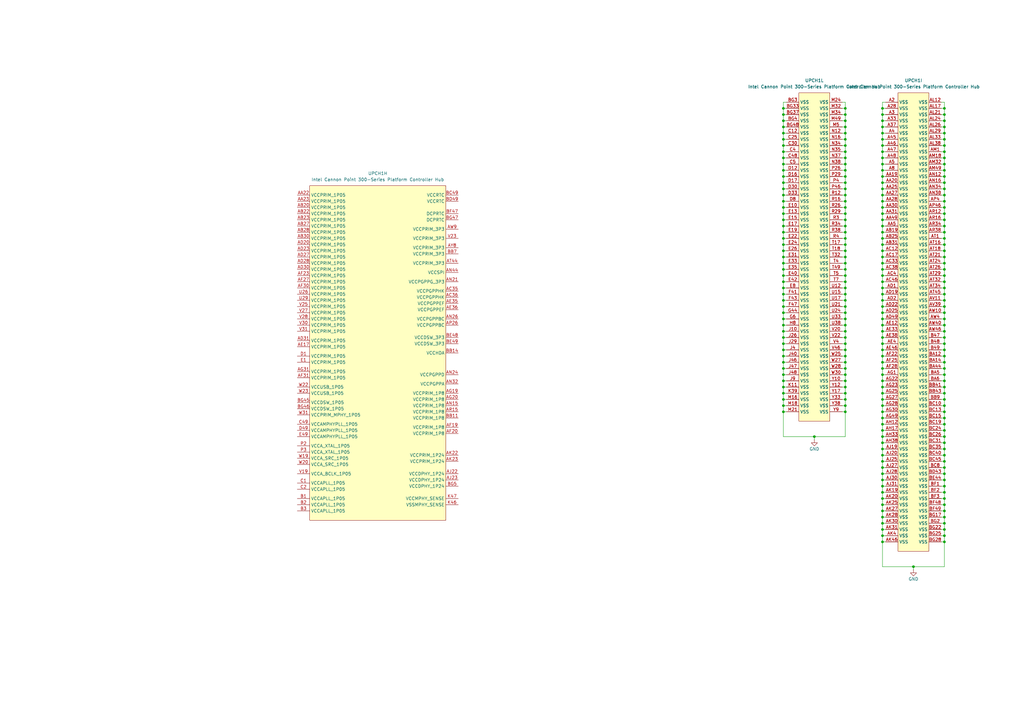
<source format=kicad_sch>
(kicad_sch (version 20250114) (generator "eeschema") (generator_version "9.0")
  (paper "A3")
  (title_block (title "PCH VCC & GND") (company "WifiCable"))
  (lib_symbols
    (symbol "A-my-stuff:Intel_CFL_PCH_FCBGA874_but_better"
      (property "Reference" "UPCH" (at 0 29.21 0))
      (property "Value" "Intel Cannon Point 300-Series Platform Controller Hub" (at 0 26.67 0))
      (symbol "Intel_CFL_PCH_FCBGA874_but_better_1_1"
        (pin unspecified line (at -33.02 21.59 0) (length 5.08) (name "GPP_A11/PME#/SD_VDD2_PWR_EN#") (number "BE36"))
        (pin unspecified line (at -33.02 16.51 0) (length 5.08) (name "RSVD2") (number "R15"))
        (pin unspecified line (at -33.02 13.97 0) (length 5.08) (name "RSVD1") (number "R13"))
        (pin unspecified line (at -33.02 -3.81 0) (length 5.08) (name "SPI0_MOSI") (number "AU41"))
        (pin unspecified line (at -33.02 -6.35 0) (length 5.08) (name "SPI0_MISO") (number "BA45"))
        (pin unspecified line (at -33.02 -8.89 0) (length 5.08) (name "SPI0_CS0#") (number "AY47"))
        (pin unspecified line (at -33.02 -11.43 0) (length 5.08) (name "SPI0_CLK") (number "AW47"))
        (pin unspecified line (at -33.02 -13.97 0) (length 5.08) (name "SPI0_CS1#") (number "AW48"))
        (pin unspecified line (at -33.02 -19.05 0) (length 5.08) (name "SPI0_IO2") (number "AY48"))
        (pin unspecified line (at -33.02 -21.59 0) (length 5.08) (name "SPI0_IO3") (number "BA46"))
        (pin unspecified line (at -33.02 -24.13 0) (length 5.08) (name "SPI0_CS2#") (number "AT40"))
        (pin unspecified line (at -33.02 -26.67 0) (length 5.08) (name "GPP_D1/SPI1_CLK/SBK1/BK1") (number "BE19"))
        (pin unspecified line (at -33.02 -29.21 0) (length 5.08) (name "GPP_D0/SPI1_CS#/SBK0/BK0") (number "BF19"))
        (pin unspecified line (at -33.02 -31.75 0) (length 5.08) (name "GPP_D3/SPI1_MOSI/SBK3/BK3") (number "BF18"))
        (pin unspecified line (at -33.02 -34.29 0) (length 5.08) (name "GPP_D2/SPI1_MISO/SBK2/BK2") (number "BE18"))
        (pin unspecified line (at -33.02 -36.83 0) (length 5.08) (name "GPP_D22/SPI1_IO3") (number "BC17"))
        (pin unspecified line (at -33.02 -39.37 0) (length 5.08) (name "GPP_D21/SPI1_IO2") (number "BD17"))
        (pin unspecified line (at 33.02 21.59 180) (length 5.08) (name "GPP_B13/PLTRST#") (number "AV29"))
        (pin unspecified line (at 33.02 16.51 180) (length 5.08) (name "GPP_K16/GSXCLK") (number "Y47"))
        (pin unspecified line (at 33.02 13.97 180) (length 5.08) (name "GPP_K12/GSXDOUT") (number "Y46"))
        (pin unspecified line (at 33.02 11.43 180) (length 5.08) (name "GPP_K13/GSXSLOAD") (number "Y48"))
        (pin unspecified line (at 33.02 8.89 180) (length 5.08) (name "GPP_K14/GSXDIN") (number "W46"))
        (pin unspecified line (at 33.02 6.35 180) (length 5.08) (name "GPP_K15/GSXSRESET#") (number "AA45"))
        (pin unspecified line (at 33.02 1.27 180) (length 5.08) (name "GPP_E3/CPU_GP0") (number "AL47"))
        (pin unspecified line (at 33.02 -1.27 180) (length 5.08) (name "GPP_E7/CPU_GP1") (number "AM45"))
        (pin unspecified line (at 33.02 -3.81 180) (length 5.08) (name "GPP_B3/CPU_GP2") (number "BF32"))
        (pin unspecified line (at 33.02 -6.35 180) (length 5.08) (name "GPP_B4/CPU_GP3") (number "BC33"))
        (pin unspecified line (at 33.02 -11.43 180) (length 5.08) (name "GPP_H18/SML4ALERT#") (number "AE44"))
        (pin unspecified line (at 33.02 -13.97 180) (length 5.08) (name "GPP_H17/SML4DATA") (number "AJ46"))
        (pin unspecified line (at 33.02 -16.51 180) (length 5.08) (name "GPP_H16/SML4CLK") (number "AE43"))
        (pin unspecified line (at 33.02 -19.05 180) (length 5.08) (name "GPP_H15/SML3ALERT#") (number "AC47"))
        (pin unspecified line (at 33.02 -21.59 180) (length 5.08) (name "GPP_H14/SML3DATA") (number "AD48"))
        (pin unspecified line (at 33.02 -24.13 180) (length 5.08) (name "GPP_H13/SML3CLK") (number "AF47"))
        (pin unspecified line (at 33.02 -26.67 180) (length 5.08) (name "GPP_H12/SML2ALERT#") (number "AB47"))
        (pin unspecified line (at 33.02 -29.21 180) (length 5.08) (name "GPP_H11/SML2DATA") (number "AD47"))
        (pin unspecified line (at 33.02 -31.75 180) (length 5.08) (name "GPP_H10/SML2CLK") (number "AE48"))
        (pin unspecified line (at 33.02 -39.37 180) (length 5.08) (name "INTRUDER#") (number "BB44"))
      )
      (symbol "Intel_CFL_PCH_FCBGA874_but_better_2_1"
        (pin unspecified line (at -36.83 21.59 0) (length 5.08) (name "DMI0_RXP") (number "J35"))
        (pin unspecified line (at -36.83 19.05 0) (length 5.08) (name "DMI0_RXN") (number "K34"))
        (pin unspecified line (at -36.83 16.51 0) (length 5.08) (name "DMI0_TXP") (number "B33"))
        (pin unspecified line (at -36.83 13.97 0) (length 5.08) (name "DMI0_TXN") (number "C33"))
        (pin unspecified line (at -36.83 11.43 0) (length 5.08) (name "DMI1_RXP") (number "F34"))
        (pin unspecified line (at -36.83 8.89 0) (length 5.08) (name "DMI1_RXN") (number "G33"))
        (pin unspecified line (at -36.83 6.35 0) (length 5.08) (name "DMI1_TXP") (number "B32"))
        (pin unspecified line (at -36.83 3.81 0) (length 5.08) (name "DMI1_TXN") (number "C32"))
        (pin unspecified line (at -36.83 1.27 0) (length 5.08) (name "DMI2_RXP") (number "J32"))
        (pin unspecified line (at -36.83 -1.27 0) (length 5.08) (name "DMI2_RXN") (number "K32"))
        (pin unspecified line (at -36.83 -3.81 0) (length 5.08) (name "DMI2_TXP") (number "B31"))
        (pin unspecified line (at -36.83 -6.35 0) (length 5.08) (name "DMI2_TXN") (number "C31"))
        (pin unspecified line (at -36.83 -8.89 0) (length 5.08) (name "DMI3_RXP") (number "F30"))
        (pin unspecified line (at -36.83 -11.43 0) (length 5.08) (name "DMI3_RXN") (number "G30"))
        (pin unspecified line (at -36.83 -13.97 0) (length 5.08) (name "DMI3_TXP") (number "B29"))
        (pin unspecified line (at -36.83 -16.51 0) (length 5.08) (name "DMI3_TXN") (number "C29"))
        (pin unspecified line (at -36.83 -21.59 0) (length 5.08) (name "DMI4_RXP") (number "K29"))
        (pin unspecified line (at -36.83 -24.13 0) (length 5.08) (name "DMI4_RXN") (number "M29"))
        (pin unspecified line (at -36.83 -26.67 0) (length 5.08) (name "DMI4_TXP") (number "D29"))
        (pin unspecified line (at -36.83 -29.21 0) (length 5.08) (name "DMI4_TXN") (number "E28"))
        (pin unspecified line (at -36.83 -31.75 0) (length 5.08) (name "DMI5_RXP") (number "L26"))
        (pin unspecified line (at -36.83 -34.29 0) (length 5.08) (name "DMI5_RXN") (number "M26"))
        (pin unspecified line (at -36.83 -36.83 0) (length 5.08) (name "DMI5_TXP") (number "B27"))
        (pin unspecified line (at -36.83 -39.37 0) (length 5.08) (name "DMI5_TXN") (number "C27"))
        (pin unspecified line (at -36.83 -41.91 0) (length 5.08) (name "DMI6_RXP") (number "F26"))
        (pin unspecified line (at -36.83 -44.45 0) (length 5.08) (name "DMI6_RXN") (number "G26"))
        (pin unspecified line (at -36.83 -46.99 0) (length 5.08) (name "DMI6_TXP") (number "C26"))
        (pin unspecified line (at -36.83 -49.53 0) (length 5.08) (name "DMI6_TXN") (number "B26"))
        (pin unspecified line (at -36.83 -52.07 0) (length 5.08) (name "DMI7_RXP") (number "P24"))
        (pin unspecified line (at -36.83 -54.61 0) (length 5.08) (name "DMI7_RXN") (number "R24"))
        (pin unspecified line (at -36.83 -57.15 0) (length 5.08) (name "DMI7_TXP") (number "A25"))
        (pin unspecified line (at -36.83 -59.69 0) (length 5.08) (name "DMI7_TXN") (number "B25"))
        (pin unspecified line (at -36.83 -67.31 0) (length 5.08) (name "PCIE1_RXP/USB3.1G1_7_RXP") (number "F16"))
        (pin unspecified line (at -36.83 -69.85 0) (length 5.08) (name "PCIE1_RXN/USB3.1G1_7_RXN") (number "G17"))
        (pin unspecified line (at -36.83 -72.39 0) (length 5.08) (name "PCIE1_TXP/USB3.1G1_7_TXP") (number "B17"))
        (pin unspecified line (at -36.83 -74.93 0) (length 5.08) (name "PCIE1_TXN/USB3.1G1_7_TXN") (number "A17"))
        (pin unspecified line (at -36.83 -78.74 0) (length 5.08) (name "PCIE2_RXP/USB3.1G1_8_RXP") (number "P21"))
        (pin unspecified line (at -36.83 -81.28 0) (length 5.08) (name "PCIE2_RXN/USB3.1G1_8_RXN") (number "R21"))
        (pin unspecified line (at -36.83 -83.82 0) (length 5.08) (name "PCIE2_TXP/USB3.1G1_8_TXP") (number "C18"))
        (pin unspecified line (at -36.83 -86.36 0) (length 5.08) (name "PCIE2_TXN/USB3.1G1_8_TXN") (number "B18"))
        (pin unspecified line (at -36.83 -90.17 0) (length 5.08) (name "PCIE3_RXP/USB3.1G1_9_RXP") (number "J18"))
        (pin unspecified line (at -36.83 -92.71 0) (length 5.08) (name "PCIE3_RXN/USB3.1G1_9_RXN") (number "K18"))
        (pin unspecified line (at -36.83 -95.25 0) (length 5.08) (name "PCIE3_TXP/USB3.1G1_9_TXP") (number "C19"))
        (pin unspecified line (at -36.83 -97.79 0) (length 5.08) (name "PCIE3_TXN/USB3.1G1_9_TXN") (number "B19"))
        (pin unspecified line (at -36.83 -101.6 0) (length 5.08) (name "PCIE4_RXP/USB3.1G1_10_RXP") (number "R18"))
        (pin unspecified line (at -36.83 -104.14 0) (length 5.08) (name "PCIE4_RXN/USB3.1G1_10_RXN") (number "N18"))
        (pin unspecified line (at -36.83 -106.68 0) (length 5.08) (name "PCIE4_TXP/USB3.1G1_10_TXP") (number "C20"))
        (pin unspecified line (at -36.83 -109.22 0) (length 5.08) (name "PCIE4_TXN/USB3.1G1_10_TXN") (number "D20"))
        (pin unspecified line (at -36.83 -115.57 0) (length 5.08) (name "PCIE5_RXP") (number "G20"))
        (pin unspecified line (at -36.83 -118.11 0) (length 5.08) (name "PCIE5_RXN") (number "F20"))
        (pin unspecified line (at -36.83 -120.65 0) (length 5.08) (name "PCIE5_TXP") (number "A22"))
        (pin unspecified line (at -36.83 -123.19 0) (length 5.08) (name "PCIE5_TXN") (number "B21"))
        (pin unspecified line (at -36.83 -127 0) (length 5.08) (name "PCIE6_RXP") (number "J21"))
        (pin unspecified line (at -36.83 -129.54 0) (length 5.08) (name "PCIE6_RXN") (number "K21"))
        (pin unspecified line (at -36.83 -132.08 0) (length 5.08) (name "PCIE6_TXP") (number "C21"))
        (pin unspecified line (at -36.83 -134.62 0) (length 5.08) (name "PCIE6_TXN") (number "D21"))
        (pin unspecified line (at -36.83 -138.43 0) (length 5.08) (name "PCIE7_RXP") (number "J24"))
        (pin unspecified line (at -36.83 -140.97 0) (length 5.08) (name "PCIE7_RXN") (number "L24"))
        (pin unspecified line (at -36.83 -143.51 0) (length 5.08) (name "PCIE7_TXP") (number "B23"))
        (pin unspecified line (at -36.83 -146.05 0) (length 5.08) (name "PCIE7_TXN") (number "C23"))
        (pin unspecified line (at -36.83 -149.86 0) (length 5.08) (name "PCIE8_RXP") (number "G24"))
        (pin unspecified line (at -36.83 -152.4 0) (length 5.08) (name "PCIE8_RXN") (number "F24"))
        (pin unspecified line (at -36.83 -154.94 0) (length 5.08) (name "PCIE8_TXP") (number "C24"))
        (pin unspecified line (at -36.83 -157.48 0) (length 5.08) (name "PCIE8_TXN") (number "B24"))
        (pin unspecified line (at 36.83 21.59 180) (length 5.08) (name "USB2P_1") (number "J2"))
        (pin unspecified line (at 36.83 19.05 180) (length 5.08) (name "USB2N_1") (number "J3"))
        (pin unspecified line (at 36.83 15.24 180) (length 5.08) (name "USB2P_2") (number "N15"))
        (pin unspecified line (at 36.83 12.7 180) (length 5.08) (name "USB2N_2") (number "N13"))
        (pin unspecified line (at 36.83 8.89 180) (length 5.08) (name "USB2P_3") (number "K3"))
        (pin unspecified line (at 36.83 6.35 180) (length 5.08) (name "USB2N_3") (number "K4"))
        (pin unspecified line (at 36.83 2.54 180) (length 5.08) (name "USB2P_4") (number "L9"))
        (pin unspecified line (at 36.83 0 180) (length 5.08) (name "USB2N_4") (number "M10"))
        (pin unspecified line (at 36.83 -3.81 180) (length 5.08) (name "USB2P_5") (number "L2"))
        (pin unspecified line (at 36.83 -6.35 180) (length 5.08) (name "USB2N_5") (number "M1"))
        (pin unspecified line (at 36.83 -10.16 180) (length 5.08) (name "USB2P_6") (number "K6"))
        (pin unspecified line (at 36.83 -12.7 180) (length 5.08) (name "USB2N_6") (number "K7"))
        (pin unspecified line (at 36.83 -16.51 180) (length 5.08) (name "USB2P_7") (number "L3"))
        (pin unspecified line (at 36.83 -19.05 180) (length 5.08) (name "USB2N_7") (number "L4"))
        (pin unspecified line (at 36.83 -22.86 180) (length 5.08) (name "USB2P_8") (number "G5"))
        (pin unspecified line (at 36.83 -25.4 180) (length 5.08) (name "USB2N_8") (number "G4"))
        (pin unspecified line (at 36.83 -29.21 180) (length 5.08) (name "USB2P_9") (number "N8"))
        (pin unspecified line (at 36.83 -31.75 180) (length 5.08) (name "USB2N_9") (number "M6"))
        (pin unspecified line (at 36.83 -35.56 180) (length 5.08) (name "USB2P_10") (number "H2"))
        (pin unspecified line (at 36.83 -38.1 180) (length 5.08) (name "USB2N_10") (number "H3"))
        (pin unspecified line (at 36.83 -41.91 180) (length 5.08) (name "USB2P_11") (number "P9"))
        (pin unspecified line (at 36.83 -44.45 180) (length 5.08) (name "USB2N_11") (number "R10"))
        (pin unspecified line (at 36.83 -48.26 180) (length 5.08) (name "USB2P_12") (number "G2"))
        (pin unspecified line (at 36.83 -50.8 180) (length 5.08) (name "USB2N_12") (number "G1"))
        (pin unspecified line (at 36.83 -54.61 180) (length 5.08) (name "USB2P_13") (number "N2"))
        (pin unspecified line (at 36.83 -57.15 180) (length 5.08) (name "USB2N_13") (number "N3"))
        (pin unspecified line (at 36.83 -60.96 180) (length 5.08) (name "USB2P_14") (number "F6"))
        (pin unspecified line (at 36.83 -63.5 180) (length 5.08) (name "USB2N_14") (number "E5"))
        (pin unspecified line (at 36.83 -71.12 180) (length 5.08) (name "GPP_E9/USB2_OC0#") (number "AH36"))
        (pin unspecified line (at 36.83 -73.66 180) (length 5.08) (name "GPP_E10/USB2_OC1#") (number "AL40"))
        (pin unspecified line (at 36.83 -76.2 180) (length 5.08) (name "GPP_E11/USB2_OC2#") (number "AJ44"))
        (pin unspecified line (at 36.83 -78.74 180) (length 5.08) (name "GPP_E12/USB2_OC3#") (number "AL41"))
        (pin unspecified line (at 36.83 -81.28 180) (length 5.08) (name "GPP_E15/USB2_OC4#") (number "AV47"))
        (pin unspecified line (at 36.83 -83.82 180) (length 5.08) (name "GPP_E16/USB2_OC5#") (number "AR35"))
        (pin unspecified line (at 36.83 -86.36 180) (length 5.08) (name "GPP_E17/USB2_OC6#") (number "AR37"))
        (pin unspecified line (at 36.83 -88.9 180) (length 5.08) (name "GPP_E18/USB2_OC7#") (number "AV43"))
        (pin unspecified line (at 36.83 -95.25 180) (length 5.08) (name "USB2_COMP") (number "F4"))
        (pin unspecified line (at 36.83 -97.79 180) (length 5.08) (name "USB2_VBUSSENSE") (number "F3"))
        (pin unspecified line (at 36.83 -100.33 180) (length 5.08) (name "RSVD14") (number "U13"))
        (pin unspecified line (at 36.83 -102.87 180) (length 5.08) (name "USB2_ID") (number "G3"))
        (pin unspecified line (at 36.83 -107.95 180) (length 5.08) (name "GPD7") (number "BE41"))
        (pin unspecified line (at 36.83 -115.57 180) (length 5.08) (name "PCIE21_RXP") (number "R44"))
        (pin unspecified line (at 36.83 -118.11 180) (length 5.08) (name "PCIE21_RXN") (number "T43"))
        (pin unspecified line (at 36.83 -120.65 180) (length 5.08) (name "PCIE21_TXP") (number "F46"))
        (pin unspecified line (at 36.83 -123.19 180) (length 5.08) (name "PCIE21_TXN") (number "G47"))
        (pin unspecified line (at 36.83 -127 180) (length 5.08) (name "PCIE22_RXP") (number "U41"))
        (pin unspecified line (at 36.83 -129.54 180) (length 5.08) (name "PCIE22_RXN") (number "U40"))
        (pin unspecified line (at 36.83 -132.08 180) (length 5.08) (name "PCIE22_TXP") (number "H48"))
        (pin unspecified line (at 36.83 -134.62 180) (length 5.08) (name "PCIE22_TXN") (number "H47"))
        (pin unspecified line (at 36.83 -138.43 180) (length 5.08) (name "PCIE23_RXP") (number "W44"))
        (pin unspecified line (at 36.83 -140.97 180) (length 5.08) (name "PCIE23_RXN") (number "W43"))
        (pin unspecified line (at 36.83 -143.51 180) (length 5.08) (name "PCIE23_TXP") (number "G48"))
        (pin unspecified line (at 36.83 -146.05 180) (length 5.08) (name "PCIE23_TXN") (number "G49"))
        (pin unspecified line (at 36.83 -149.86 180) (length 5.08) (name "PCIE24_RXP") (number "Y41"))
        (pin unspecified line (at 36.83 -152.4 180) (length 5.08) (name "PCIE24_RXN") (number "Y40"))
        (pin unspecified line (at 36.83 -154.94 180) (length 5.08) (name "PCIE24_TXP") (number "G45"))
        (pin unspecified line (at 36.83 -157.48 180) (length 5.08) (name "PCIE24_TXN") (number "G46"))
      )
      (symbol "Intel_CFL_PCH_FCBGA874_but_better_3_1"
        (pin unspecified line (at -36.83 21.59 0) (length 5.08) (name "CL_CLK") (number "AR2"))
        (pin unspecified line (at -36.83 19.05 0) (length 5.08) (name "CL_DATA") (number "AT5"))
        (pin unspecified line (at -36.83 16.51 0) (length 5.08) (name "CL_RST#") (number "AU4"))
        (pin unspecified line (at -36.83 11.43 0) (length 5.08) (name "GPP_F10/SATA_SCLOCK") (number "AR42"))
        (pin unspecified line (at -36.83 8.89 0) (length 5.08) (name "GPP_F11/SATA_SLOAD") (number "AR48"))
        (pin unspecified line (at -36.83 6.35 0) (length 5.08) (name "GPP_F13/SATA_SDATAOUT0") (number "AU47"))
        (pin unspecified line (at -36.83 3.81 0) (length 5.08) (name "GPP_F12/SATA_SDATAOUT1") (number "AU46"))
        (pin unspecified line (at -36.83 -1.27 0) (length 5.08) (name "GPP_F21/EDP_BKLTCTL") (number "AU48"))
        (pin unspecified line (at -36.83 -3.81 0) (length 5.08) (name "GPP_F20/EDP_BKLTEN") (number "AV46"))
        (pin unspecified line (at -36.83 -6.35 0) (length 5.08) (name "GPP_F19/EDP_VDDEN") (number "AV44"))
        (pin unspecified line (at -36.83 -13.97 0) (length 5.08) (name "PCIE9_RXP") (number "F36"))
        (pin unspecified line (at -36.83 -16.51 0) (length 5.08) (name "PCIE9_RXN") (number "G36"))
        (pin unspecified line (at -36.83 -19.05 0) (length 5.08) (name "PCIE9_TXP") (number "D34"))
        (pin unspecified line (at -36.83 -21.59 0) (length 5.08) (name "PCIE9_TXN") (number "C34"))
        (pin unspecified line (at -36.83 -25.4 0) (length 5.08) (name "PCIE10_RXP") (number "J37"))
        (pin unspecified line (at -36.83 -27.94 0) (length 5.08) (name "PCIE10_RXN") (number "K37"))
        (pin unspecified line (at -36.83 -30.48 0) (length 5.08) (name "PCIE10_TXP") (number "B35"))
        (pin unspecified line (at -36.83 -33.02 0) (length 5.08) (name "PCIE10_TXN") (number "C35"))
        (pin unspecified line (at -36.83 -36.83 0) (length 5.08) (name "PCIE11_RXP/SATA0A_RXP") (number "F39"))
        (pin unspecified line (at -36.83 -39.37 0) (length 5.08) (name "PCIE11_RXN/SATA0A_RXN") (number "G38"))
        (pin unspecified line (at -36.83 -41.91 0) (length 5.08) (name "PCIE11_TXP/SATA0A_TXP") (number "C36"))
        (pin unspecified line (at -36.83 -44.45 0) (length 5.08) (name "PCIE11_TXN/SATA0A_TXN") (number "B36"))
        (pin unspecified line (at -36.83 -48.26 0) (length 5.08) (name "PCIE12_RXP/SATA1A_RXP") (number "J41"))
        (pin unspecified line (at -36.83 -50.8 0) (length 5.08) (name "PCIE12_RXN/SATA1A_RXN") (number "H42"))
        (pin unspecified line (at -36.83 -53.34 0) (length 5.08) (name "PCIE12_TXP/SATA1A_TXP") (number "E37"))
        (pin unspecified line (at -36.83 -55.88 0) (length 5.08) (name "PCIE12_TXN/SATA1A_TXN") (number "D38"))
        (pin unspecified line (at -36.83 -60.96 0) (length 5.08) (name "PCIE13_RXP/SATA0B_RXP") (number "C46"))
        (pin unspecified line (at -36.83 -63.5 0) (length 5.08) (name "PCIE13_RXN/SATA0B_RXN") (number "C45"))
        (pin unspecified line (at -36.83 -66.04 0) (length 5.08) (name "PCIE13_TXP/SATA0B_TXP") (number "C38"))
        (pin unspecified line (at -36.83 -68.58 0) (length 5.08) (name "PCIE13_TXN/SATA0B_TXN") (number "B38"))
        (pin unspecified line (at -36.83 -72.39 0) (length 5.08) (name "PCIE14_RXP/SATA1B_RXP") (number "C47"))
        (pin unspecified line (at -36.83 -74.93 0) (length 5.08) (name "PCIE14_RXN/SATA1B_RXN") (number "D46"))
        (pin unspecified line (at -36.83 -77.47 0) (length 5.08) (name "PCIE14_TXP/SATA1B_TXP") (number "D39"))
        (pin unspecified line (at -36.83 -80.01 0) (length 5.08) (name "PCIE14_TXN/SATA1B_TXN") (number "C39"))
        (pin unspecified line (at -36.83 -83.82 0) (length 5.08) (name "PCIE15_RXP/SATA2_RXP") (number "E45"))
        (pin unspecified line (at -36.83 -86.36 0) (length 5.08) (name "PCIE15_RXN/SATA2_RXN") (number "F44"))
        (pin unspecified line (at -36.83 -88.9 0) (length 5.08) (name "PCIE15_TXP/SATA2_TXP") (number "C40"))
        (pin unspecified line (at -36.83 -91.44 0) (length 5.08) (name "PCIE15_TXN/SATA2_TXN") (number "B40"))
        (pin unspecified line (at -36.83 -95.25 0) (length 5.08) (name "PCIE16_RXP/SATA3_RXP") (number "M40"))
        (pin unspecified line (at -36.83 -97.79 0) (length 5.08) (name "PCIE16_RXN/SATA3_RXN") (number "L41"))
        (pin unspecified line (at -36.83 -100.33 0) (length 5.08) (name "PCIE16_TXP/SATA3_TXP") (number "C41"))
        (pin unspecified line (at -36.83 -102.87 0) (length 5.08) (name "PCIE16_TXN/SATA3_TXN") (number "B41"))
        (pin unspecified line (at 36.83 21.59 180) (length 5.08) (name "GPP_E8/SATALED#") (number "AK48"))
        (pin unspecified line (at 36.83 16.51 180) (length 5.08) (name "GPP_E0/SATAxPCIE0/SATAGP0") (number "AH41"))
        (pin unspecified line (at 36.83 13.97 180) (length 5.08) (name "GPP_E1/SATAxPCIE1/SATAGP1") (number "AJ43"))
        (pin unspecified line (at 36.83 11.43 180) (length 5.08) (name "GPP_E2/SATAxPCIE2/SATAGP2") (number "AK47"))
        (pin unspecified line (at 36.83 8.89 180) (length 5.08) (name "GPP_F0/SATAxPCIE3/SATAGP3") (number "AN47"))
        (pin unspecified line (at 36.83 6.35 180) (length 5.08) (name "GPP_F1/SATAxPCIE4/SATAGP4") (number "AM46"))
        (pin unspecified line (at 36.83 3.81 180) (length 5.08) (name "GPP_F2/SATAxPCIE5/SATAGP5") (number "AM43"))
        (pin unspecified line (at 36.83 1.27 180) (length 5.08) (name "GPP_F3/SATAxPCIE6/SATAGP6") (number "AM47"))
        (pin unspecified line (at 36.83 -1.27 180) (length 5.08) (name "GPP_F4/SATAxPCIE7/SATAGP7") (number "AM48"))
        (pin unspecified line (at 36.83 -6.35 180) (length 5.08) (name "THRMTRIP#") (number "AD3"))
        (pin unspecified line (at 36.83 -8.89 180) (length 5.08) (name "PECI") (number "AF2"))
        (pin unspecified line (at 36.83 -11.43 180) (length 5.08) (name "PM_SYNC") (number "AF3"))
        (pin unspecified line (at 36.83 -13.97 180) (length 5.08) (name "PLTRST_CPU#") (number "AG5"))
        (pin unspecified line (at 36.83 -16.51 180) (length 5.08) (name "PM_DOWN") (number "AE2"))
        (pin unspecified line (at 36.83 -21.59 180) (length 5.08) (name "GPP_K8") (number "P48"))
        (pin unspecified line (at 36.83 -24.13 180) (length 5.08) (name "GPP_K9") (number "V47"))
        (pin unspecified line (at 36.83 -26.67 180) (length 5.08) (name "GPP_K10") (number "V48"))
        (pin unspecified line (at 36.83 -29.21 180) (length 5.08) (name "GPP_K11") (number "W47"))
        (pin unspecified line (at 36.83 -34.29 180) (length 5.08) (name "GPP_K0") (number "L47"))
        (pin unspecified line (at 36.83 -36.83 180) (length 5.08) (name "GPP_K1") (number "L46"))
        (pin unspecified line (at 36.83 -39.37 180) (length 5.08) (name "GPP_K2") (number "U48"))
        (pin unspecified line (at 36.83 -41.91 180) (length 5.08) (name "GPP_K3") (number "U47"))
        (pin unspecified line (at 36.83 -44.45 180) (length 5.08) (name "GPP_K4") (number "N48"))
        (pin unspecified line (at 36.83 -46.99 180) (length 5.08) (name "GPP_K5") (number "N47"))
        (pin unspecified line (at 36.83 -49.53 180) (length 5.08) (name "GPP_K6") (number "P47"))
        (pin unspecified line (at 36.83 -52.07 180) (length 5.08) (name "GPP_K7") (number "R46"))
        (pin unspecified line (at 36.83 -60.96 180) (length 5.08) (name "PCIE17_RXP/SATA4_RXP") (number "K44"))
        (pin unspecified line (at 36.83 -63.5 180) (length 5.08) (name "PCIE17_RXN/SATA4_RXN") (number "K43"))
        (pin unspecified line (at 36.83 -66.04 180) (length 5.08) (name "PCIE17_TXP/SATA4_TXP") (number "B42"))
        (pin unspecified line (at 36.83 -68.58 180) (length 5.08) (name "PCIE17_TXN/SATA4_TXN") (number "A42"))
        (pin unspecified line (at 36.83 -72.39 180) (length 5.08) (name "PCIE18_RXP/SATA5_RXP") (number "R40"))
        (pin unspecified line (at 36.83 -74.93 180) (length 5.08) (name "PCIE18_RXN/SATA5_RXN") (number "P41"))
        (pin unspecified line (at 36.83 -77.47 180) (length 5.08) (name "PCIE18_TXP/SATA5_TXP") (number "D42"))
        (pin unspecified line (at 36.83 -80.01 180) (length 5.08) (name "PCIE18_TXN/SATA5_TXN") (number "C42"))
        (pin unspecified line (at 36.83 -83.82 180) (length 5.08) (name "PCIE19_RXP/SATA6_RXP") (number "N42"))
        (pin unspecified line (at 36.83 -86.36 180) (length 5.08) (name "PCIE19_RXN/SATA6_RXN") (number "M44"))
        (pin unspecified line (at 36.83 -88.9 180) (length 5.08) (name "PCIE19_TXP/SATA6_TXP") (number "D43"))
        (pin unspecified line (at 36.83 -91.44 180) (length 5.08) (name "PCIE19_TXN/SATA6_TXN") (number "C44"))
        (pin unspecified line (at 36.83 -95.25 180) (length 5.08) (name "PCIE20_RXP/SATA7_RXP") (number "R37"))
        (pin unspecified line (at 36.83 -97.79 180) (length 5.08) (name "PCIE20_RXN/SATA7_RXN") (number "R35"))
        (pin unspecified line (at 36.83 -100.33 180) (length 5.08) (name "PCIE20_TXP/SATA7_TXP") (number "B44"))
        (pin unspecified line (at 36.83 -102.87 180) (length 5.08) (name "PCIE20_TXN/SATA7_TXN") (number "A44"))
      )
      (symbol "Intel_CFL_PCH_FCBGA874_but_better_4_1"
        (pin unspecified line (at -41.91 21.59 0) (length 5.08) (name "HDA_BCLK/I2S0_SCLK") (number "BD11"))
        (pin unspecified line (at -41.91 19.05 0) (length 5.08) (name "HDA_SDI0/I2S0_RXD") (number "BE11"))
        (pin unspecified line (at -41.91 16.51 0) (length 5.08) (name "HDA_SDO/I2S0_TXD") (number "BF12"))
        (pin unspecified line (at -41.91 13.97 0) (length 5.08) (name "HDA_SYNC/I2S0_SFRM") (number "BG13"))
        (pin unspecified line (at -41.91 8.89 0) (length 5.08) (name "HDA_RST#/I2S1_SCLK") (number "BE10"))
        (pin unspecified line (at -41.91 6.35 0) (length 5.08) (name "HDA_SDI1/I2S1_RXD") (number "BF10"))
        (pin unspecified line (at -41.91 3.81 0) (length 5.08) (name "I2S1_TXD/SNDW2_DATA") (number "BE12"))
        (pin unspecified line (at -41.91 1.27 0) (length 5.08) (name "I2S1_SFRM/SNDW2_CLK") (number "BD12"))
        (pin unspecified line (at -41.91 -6.35 0) (length 5.08) (name "HDACPU_SDO") (number "AM2"))
        (pin unspecified line (at -41.91 -8.89 0) (length 5.08) (name "HDACPU_SDI") (number "AN3"))
        (pin unspecified line (at -41.91 -11.43 0) (length 5.08) (name "HDACPU_SCLK") (number "AM3"))
        (pin unspecified line (at -41.91 -16.51 0) (length 5.08) (name "GPP_D8/I2S2_SCLK") (number "AV18"))
        (pin unspecified line (at -41.91 -19.05 0) (length 5.08) (name "GPP_D7/I2S2_RXD") (number "AW18"))
        (pin unspecified line (at -41.91 -21.59 0) (length 5.08) (name "GPP_D6/I2S2_TXD/MODEM_CLKREQ") (number "BA17"))
        (pin unspecified line (at -41.91 -24.13 0) (length 5.08) (name "GPP_D5/I2S2_SFRM/CNV_RF_RESET#") (number "BE16"))
        (pin unspecified line (at -41.91 -26.67 0) (length 5.08) (name "GPP_D20/DMIC_DATA0/SNDW4_DATA") (number "BF15"))
        (pin unspecified line (at -41.91 -29.21 0) (length 5.08) (name "GPP_D19/DMIC_CLK0/SNDW4_CLK") (number "BD16"))
        (pin unspecified line (at -41.91 -31.75 0) (length 5.08) (name "GPP_D18/DMIC_DATA1/SNDW3_DATA") (number "AV16"))
        (pin unspecified line (at -41.91 -34.29 0) (length 5.08) (name "GPP_D17/DMIC_CLK1/SNDW3_CLK") (number "AW15"))
        (pin unspecified line (at -41.91 -44.45 0) (length 5.08) (name "RTCRST#") (number "BE47"))
        (pin unspecified line (at -41.91 -46.99 0) (length 5.08) (name "SRTCRST#") (number "BD46"))
        (pin unspecified line (at -41.91 -52.07 0) (length 5.08) (name "PCH_PWROK") (number "AY42"))
        (pin unspecified line (at -41.91 -54.61 0) (length 5.08) (name "RSMRST#") (number "BA47"))
        (pin unspecified line (at -41.91 -59.69 0) (length 5.08) (name "DSW_PWROK") (number "AW41"))
        (pin unspecified line (at -41.91 -62.23 0) (length 5.08) (name "GPP_C2/SMBALERT#") (number "BE25"))
        (pin unspecified line (at -41.91 -64.77 0) (length 5.08) (name "GPP_C0/SMBCLK") (number "BE26"))
        (pin unspecified line (at -41.91 -67.31 0) (length 5.08) (name "GPP_C1/SMBDATA") (number "BF26"))
        (pin unspecified line (at -41.91 -69.85 0) (length 5.08) (name "GPP_C5/SML0ALERT#") (number "BF24"))
        (pin unspecified line (at -41.91 -72.39 0) (length 5.08) (name "GPP_C3/SML0CLK") (number "BF25"))
        (pin unspecified line (at -41.91 -74.93 0) (length 5.08) (name "GPP_C4/SML0DATA") (number "BE24"))
        (pin unspecified line (at -41.91 -77.47 0) (length 5.08) (name "GPP_B23/SML1ALERT#/PCHHOT#") (number "BD33"))
        (pin unspecified line (at -41.91 -80.01 0) (length 5.08) (name "GPP_C6/SML1CLK") (number "BF27"))
        (pin unspecified line (at -41.91 -82.55 0) (length 5.08) (name "GPP_C7/SML1DATA") (number "BE27"))
        (pin unspecified line (at 41.91 21.59 180) (length 5.08) (name "GPP_A12/BM_BUSY#/ISH_GP6/SX_EXIT_HOLDOFF#") (number "BF36"))
        (pin unspecified line (at 41.91 19.05 180) (length 5.08) (name "GPP_A8/CLKRUN#") (number "AV32"))
        (pin unspecified line (at 41.91 13.97 180) (length 5.08) (name "GPD11/LANPHYPC") (number "BF41"))
        (pin unspecified line (at 41.91 8.89 180) (length 5.08) (name "GPD9/SLP_WLAN#") (number "BD42"))
        (pin unspecified line (at 41.91 3.81 180) (length 5.08) (name "DRAM_RESET#") (number "BB46"))
        (pin unspecified line (at 41.91 1.27 180) (length 5.08) (name "GPP_B2/VRALERT#") (number "BE32"))
        (pin unspecified line (at 41.91 -1.27 180) (length 5.08) (name "GPP_B1/GSPI_CS1#/TIME_SYNC1") (number "BF33"))
        (pin unspecified line (at 41.91 -3.81 180) (length 5.08) (name "GPP_B0/GSPI0_CS1#") (number "BE29"))
        (pin unspecified line (at 41.91 -6.35 180) (length 5.08) (name "GPP_K17/ADR_COMPLETE") (number "R47"))
        (pin unspecified line (at 41.91 -8.89 180) (length 5.08) (name "GPP_B11/I2S_MCLK") (number "AP29"))
        (pin unspecified line (at 41.91 -11.43 180) (length 5.08) (name "SYS_PWROK") (number "AU3"))
        (pin unspecified line (at 41.91 -16.51 180) (length 5.08) (name "WAKE#") (number "BB47"))
        (pin unspecified line (at 41.91 -19.05 180) (length 5.08) (name "GPD6/SLP_A#") (number "BE40"))
        (pin unspecified line (at 41.91 -21.59 180) (length 5.08) (name "SLP_LAN#") (number "BF40"))
        (pin unspecified line (at 41.91 -24.13 180) (length 5.08) (name "GPP_B12/SLP_S0#") (number "BC28"))
        (pin unspecified line (at 41.91 -26.67 180) (length 5.08) (name "GPD4/SLP_S3#") (number "BF42"))
        (pin unspecified line (at 41.91 -29.21 180) (length 5.08) (name "GPD5/SLP_S4#") (number "BE42"))
        (pin unspecified line (at 41.91 -31.75 180) (length 5.08) (name "GPD10/SLP_S5#") (number "BC42"))
        (pin unspecified line (at 41.91 -36.83 180) (length 5.08) (name "GPD8/SUSCLK") (number "BE45"))
        (pin unspecified line (at 41.91 -39.37 180) (length 5.08) (name "GPD0/BATLOW#") (number "BF44"))
        (pin unspecified line (at 41.91 -41.91 180) (length 5.08) (name "GPP_A15/SUSACK#") (number "BE35"))
        (pin unspecified line (at 41.91 -44.45 180) (length 5.08) (name "GPP_A13/SUSWARN#/SUSPWRDNACK") (number "BC37"))
        (pin unspecified line (at 41.91 -49.53 180) (length 5.08) (name "GPD2/LAN_WAKE#") (number "BG44"))
        (pin unspecified line (at 41.91 -52.07 180) (length 5.08) (name "GPD1/ACPRESENT") (number "BG42"))
        (pin unspecified line (at 41.91 -54.61 180) (length 5.08) (name "SLP_SUS#") (number "BD39"))
        (pin unspecified line (at 41.91 -57.15 180) (length 5.08) (name "GPD3/PWRBTN#") (number "BE46"))
        (pin unspecified line (at 41.91 -59.69 180) (length 5.08) (name "SYS_RESET#") (number "AU2"))
        (pin unspecified line (at 41.91 -62.23 180) (length 5.08) (name "GPP_B14/SPKR") (number "AW29"))
        (pin unspecified line (at 41.91 -64.77 180) (length 5.08) (name "CPUPWRGD") (number "AE3"))
        (pin unspecified line (at 41.91 -69.85 180) (length 5.08) (name "ITP_PMODE") (number "AL3"))
        (pin unspecified line (at 41.91 -72.39 180) (length 5.08) (name "PCH_JTAGX") (number "AH4"))
        (pin unspecified line (at 41.91 -74.93 180) (length 5.08) (name "PCH_JTAG_TMS") (number "AJ4"))
        (pin unspecified line (at 41.91 -77.47 180) (length 5.08) (name "PCH_JTAG_TDO") (number "AH3"))
        (pin unspecified line (at 41.91 -80.01 180) (length 5.08) (name "PCH_JTAG_TDI") (number "AH2"))
        (pin unspecified line (at 41.91 -82.55 180) (length 5.08) (name "PCH_JTAG_TCK") (number "AJ3"))
      )
      (symbol "Intel_CFL_PCH_FCBGA874_but_better_5_1"
        (pin unspecified line (at -36.83 21.59 0) (length 5.08) (name "GPP_I0/DDPB_HPD0/DISP_MISC0") (number "AT6"))
        (pin unspecified line (at -36.83 19.05 0) (length 5.08) (name "GPP_I1/DDPC_HPD1/DISP_MISC1") (number "AN10"))
        (pin unspecified line (at -36.83 16.51 0) (length 5.08) (name "GPP_I2/DDPD_HPD2/DISP_MISC2") (number "AP9"))
        (pin unspecified line (at -36.83 13.97 0) (length 5.08) (name "GPP_I3/DDPE_HPD3/DISP_MISC3") (number "AL15"))
        (pin unspecified line (at -36.83 -3.81 0) (length 5.08) (name "GPP_I4/EDP_HPD/DISP_MISC4") (number "AN6"))
        (pin unspecified line (at 36.83 21.59 180) (length 5.08) (name "GPP_I5/DDPB_CTRLCLK") (number "AL13"))
        (pin unspecified line (at 36.83 19.05 180) (length 5.08) (name "GPP_I6/DDPB_CTRLDATA") (number "AR8"))
        (pin unspecified line (at 36.83 16.51 180) (length 5.08) (name "GPP_I7/DDPC_CTRLCLK") (number "AN13"))
        (pin unspecified line (at 36.83 13.97 180) (length 5.08) (name "GPP_I8/DDPC_CTRLDATA") (number "AL10"))
        (pin unspecified line (at 36.83 11.43 180) (length 5.08) (name "GPP_I9/DDPD_CTRLCLK") (number "AL9"))
        (pin unspecified line (at 36.83 8.89 180) (length 5.08) (name "GPP_I10/DDPD_CTRLDATA") (number "AR3"))
        (pin unspecified line (at 36.83 6.35 180) (length 5.08) (name "GPP_F23/DDPF_CTRLDATA") (number "AN40"))
        (pin unspecified line (at 36.83 3.81 180) (length 5.08) (name "GPP_F22/DDPF_CTRLCLK") (number "AT49"))
        (pin unspecified line (at 36.83 -1.27 180) (length 5.08) (name "GPP_F14/PS_ON#") (number "AP41"))
        (pin unspecified line (at 36.83 -6.35 180) (length 5.08) (name "GPP_K23/IMGCLKOUT1") (number "M45"))
        (pin unspecified line (at 36.83 -8.89 180) (length 5.08) (name "GPP_K22/IMGCLKOUT0") (number "L48"))
        (pin unspecified line (at 36.83 -11.43 180) (length 5.08) (name "GPP_K21") (number "T45"))
        (pin unspecified line (at 36.83 -13.97 180) (length 5.08) (name "GPP_K20") (number "T46"))
        (pin unspecified line (at 36.83 -16.51 180) (length 5.08) (name "GPP_H23/TIME_SYNC0") (number "AJ47"))
      )
      (symbol "Intel_CFL_PCH_FCBGA874_but_better_6_1"
        (pin unspecified line (at -33.02 21.59 0) (length 5.08) (name "USB3.1G2_1_RXP") (number "C11"))
        (pin unspecified line (at -33.02 19.05 0) (length 5.08) (name "USB3.1G2_1_RXN") (number "D11"))
        (pin unspecified line (at -33.02 16.51 0) (length 5.08) (name "USB3.1G2_1_TXP") (number "F7"))
        (pin unspecified line (at -33.02 13.97 0) (length 5.08) (name "USB3.1G2_1_TXN") (number "F9"))
        (pin unspecified line (at -33.02 8.89 0) (length 5.08) (name "USB3.1G2_2_RXP") (number "C9"))
        (pin unspecified line (at -33.02 6.35 0) (length 5.08) (name "USB3.1G2_2_RXN") (number "B9"))
        (pin unspecified line (at -33.02 3.81 0) (length 5.08) (name "USB3.1G2_2_TXP") (number "D4"))
        (pin unspecified line (at -33.02 1.27 0) (length 5.08) (name "USB3.1G2_2_TXN") (number "C3"))
        (pin unspecified line (at -33.02 -3.81 0) (length 5.08) (name "USB3.1G2_3_RXP") (number "C10"))
        (pin unspecified line (at -33.02 -6.35 0) (length 5.08) (name "USB3.1G2_3_RXN") (number "B10"))
        (pin unspecified line (at -33.02 -8.89 0) (length 5.08) (name "USB3.1G2_3_TXP") (number "G12"))
        (pin unspecified line (at -33.02 -11.43 0) (length 5.08) (name "USB3.1G2_3_TXN") (number "F11"))
        (pin unspecified line (at -33.02 -16.51 0) (length 5.08) (name "USB3.1G2_4_RXP") (number "J15"))
        (pin unspecified line (at -33.02 -19.05 0) (length 5.08) (name "USB3.1G2_4_RXN") (number "K16"))
        (pin unspecified line (at -33.02 -21.59 0) (length 5.08) (name "USB3.1G2_4_TXP") (number "C14"))
        (pin unspecified line (at -33.02 -24.13 0) (length 5.08) (name "USB3.1G2_4_TXN") (number "B14"))
        (pin unspecified line (at -33.02 -29.21 0) (length 5.08) (name "USB3.1G2_5_RXP") (number "K13"))
        (pin unspecified line (at -33.02 -31.75 0) (length 5.08) (name "USB3.1G2_5_RXN") (number "J13"))
        (pin unspecified line (at -33.02 -34.29 0) (length 5.08) (name "USB3.1G2_5_TXP") (number "B15"))
        (pin unspecified line (at -33.02 -36.83 0) (length 5.08) (name "USB3.1G2_5_TXN") (number "C15"))
        (pin unspecified line (at -33.02 -41.91 0) (length 5.08) (name "USB3.1G2_6_RXP") (number "F14"))
        (pin unspecified line (at -33.02 -44.45 0) (length 5.08) (name "USB3.1G2_6_RXN") (number "G14"))
        (pin unspecified line (at -33.02 -46.99 0) (length 5.08) (name "USB3.1G2_6_TXP") (number "C16"))
        (pin unspecified line (at -33.02 -49.53 0) (length 5.08) (name "USB3.1G2_6_TXN") (number "C17"))
        (pin unspecified line (at 33.02 21.59 180) (length 5.08) (name "GPP_A1/LAD0/ESPI_IO0") (number "BB39"))
        (pin unspecified line (at 33.02 19.05 180) (length 5.08) (name "GPP_A2/LAD1/ESPI_IO1") (number "AW37"))
        (pin unspecified line (at 33.02 16.51 180) (length 5.08) (name "GPP_A3/LAD2/ESPI_IO2") (number "AV37"))
        (pin unspecified line (at 33.02 13.97 180) (length 5.08) (name "GPP_A4/LAD3/ESPI_IO3") (number "BA38"))
        (pin unspecified line (at 33.02 6.35 180) (length 5.08) (name "GPP_A5/LFRAME#/ESPI_CS0#") (number "BE38"))
        (pin unspecified line (at 33.02 3.81 180) (length 5.08) (name "GPP_A6/SERIRQ/ESPI_CS1#") (number "AW35"))
        (pin unspecified line (at 33.02 1.27 180) (length 5.08) (name "GPP_A7/PIRQA#/ESPI_ALERT0#") (number "BA36"))
        (pin unspecified line (at 33.02 -1.27 180) (length 5.08) (name "GPP_A0/RCIN#/ESPI_ALERT1#") (number "BE39"))
        (pin unspecified line (at 33.02 -3.81 180) (length 5.08) (name "GPP_A14/SUS_STAT#/ESPI_RESET#") (number "BF38"))
        (pin unspecified line (at 33.02 -8.89 180) (length 5.08) (name "GPP_A9/CLKOUT_LPC0/ESPI_CLK") (number "BB36"))
        (pin unspecified line (at 33.02 -11.43 180) (length 5.08) (name "GPP_A10/CLKOUT_LPC1") (number "BB34"))
        (pin unspecified line (at 33.02 -16.51 180) (length 5.08) (name "GPP_K19/SMI#") (number "T48"))
        (pin unspecified line (at 33.02 -19.05 180) (length 5.08) (name "GPP_K18/NMI#") (number "T47"))
        (pin unspecified line (at 33.02 -26.67 180) (length 5.08) (name "GPP_E6/SATA_DEVSLP2") (number "AH40"))
        (pin unspecified line (at 33.02 -29.21 180) (length 5.08) (name "GPP_E5/SATA_DEVSLP1") (number "AH35"))
        (pin unspecified line (at 33.02 -31.75 180) (length 5.08) (name "GPP_E4/SATA_DEVSLP0") (number "AL48"))
        (pin unspecified line (at 33.02 -34.29 180) (length 5.08) (name "GPP_F9/SATA_DEVSLP7") (number "AP47"))
        (pin unspecified line (at 33.02 -36.83 180) (length 5.08) (name "GPP_F8/SATA_DEVSLP6") (number "AN37"))
        (pin unspecified line (at 33.02 -39.37 180) (length 5.08) (name "GPP_F7/SATA_DEVSLP5") (number "AN46"))
        (pin unspecified line (at 33.02 -41.91 180) (length 5.08) (name "GPP_F6/SATA_DEVSLP4") (number "AR47"))
        (pin unspecified line (at 33.02 -44.45 180) (length 5.08) (name "GPP_F5/SATA_DEVSLP3") (number "AP48"))
      )
      (symbol "Intel_CFL_PCH_FCBGA874_but_better_7_1"
        (pin unspecified line (at -33.02 21.59 0) (length 5.08) (name "GPP_A16/CLKOUT_48") (number "BE33"))
        (pin unspecified line (at -33.02 16.51 0) (length 5.08) (name "CLKOUT_CPUNSSC_P") (number "D7"))
        (pin unspecified line (at -33.02 13.97 0) (length 5.08) (name "CLKOUT_CPUNSSC_N") (number "C6"))
        (pin unspecified line (at -33.02 8.89 0) (length 5.08) (name "CLKOUT_CPUBCLK_P") (number "B8"))
        (pin unspecified line (at -33.02 6.35 0) (length 5.08) (name "CLKOUT_CPUBCLK_N") (number "C8"))
        (pin unspecified line (at -33.02 1.27 0) (length 5.08) (name "XTAL_OUT") (number "U9"))
        (pin unspecified line (at -33.02 -1.27 0) (length 5.08) (name "XTAL_IN") (number "U10"))
        (pin unspecified line (at -33.02 -6.35 0) (length 5.08) (name "XCLK_BIASREF") (number "T3"))
        (pin unspecified line (at -33.02 -11.43 0) (length 5.08) (name "RTCX1") (number "BA49"))
        (pin unspecified line (at -33.02 -13.97 0) (length 5.08) (name "RTCX2") (number "BA48"))
        (pin unspecified line (at -33.02 -19.05 0) (length 5.08) (name "GPP_B5/SRCCLKREQ0#") (number "BF31"))
        (pin unspecified line (at -33.02 -21.59 0) (length 5.08) (name "GPP_B6/SRCCLKREQ1#") (number "BE31"))
        (pin unspecified line (at -33.02 -24.13 0) (length 5.08) (name "GPP_B7/SRCCLKREQ2#") (number "AR32"))
        (pin unspecified line (at -33.02 -26.67 0) (length 5.08) (name "GPP_B8/SRCCLKREQ3#") (number "BB30"))
        (pin unspecified line (at -33.02 -29.21 0) (length 5.08) (name "GPP_B9/SRCCLKREQ4#") (number "BA30"))
        (pin unspecified line (at -33.02 -31.75 0) (length 5.08) (name "GPP_B10/SRCCLKREQ5#") (number "AN29"))
        (pin unspecified line (at -33.02 -34.29 0) (length 5.08) (name "GPP_H0/SRCCLKREQ6#") (number "AE47"))
        (pin unspecified line (at -33.02 -36.83 0) (length 5.08) (name "GPP_H1/SRCCLKREQ7#") (number "AC48"))
        (pin unspecified line (at -33.02 -39.37 0) (length 5.08) (name "GPP_H2/SRCCLKREQ8#") (number "AE41"))
        (pin unspecified line (at -33.02 -41.91 0) (length 5.08) (name "GPP_H3/SRCCLKREQ9#") (number "AF48"))
        (pin unspecified line (at -33.02 -44.45 0) (length 5.08) (name "GPP_H4/SRCCLKREQ10#") (number "AC41"))
        (pin unspecified line (at -33.02 -46.99 0) (length 5.08) (name "GPP_H5/SRCCLKREQ11#") (number "AC39"))
        (pin unspecified line (at -33.02 -49.53 0) (length 5.08) (name "GPP_H6/SRCCLKREQ12#") (number "AE39"))
        (pin unspecified line (at -33.02 -52.07 0) (length 5.08) (name "GPP_H7/SRCCLKREQ13#") (number "AB48"))
        (pin unspecified line (at -33.02 -54.61 0) (length 5.08) (name "GPP_H8/SRCCLKREQ14#") (number "AC44"))
        (pin unspecified line (at -33.02 -57.15 0) (length 5.08) (name "GPP_H9/SRCCLKREQ15#") (number "AC43"))
        (pin unspecified line (at -33.02 -62.23 0) (length 5.08) (name "CLKOUT_PCIE_P15") (number "V3"))
        (pin unspecified line (at -33.02 -64.77 0) (length 5.08) (name "CLKOUT_PCIE_N15") (number "V2"))
        (pin unspecified line (at -33.02 -69.85 0) (length 5.08) (name "CLKOUT_PCIE_P14") (number "T1"))
        (pin unspecified line (at -33.02 -72.39 0) (length 5.08) (name "CLKOUT_PCIE_N14") (number "T2"))
        (pin unspecified line (at -33.02 -77.47 0) (length 5.08) (name "CLKOUT_PCIE_P13") (number "Y2"))
        (pin unspecified line (at -33.02 -80.01 0) (length 5.08) (name "CLKOUT_PCIE_N13") (number "AA1"))
        (pin unspecified line (at -33.02 -85.09 0) (length 5.08) (name "CLKOUT_PCIE_P12") (number "AC6"))
        (pin unspecified line (at -33.02 -87.63 0) (length 5.08) (name "CLKOUT_PCIE_N12") (number "AC7"))
        (pin unspecified line (at 33.02 21.59 180) (length 5.08) (name "CLKOUT_ITPXDP_P") (number "Y4"))
        (pin unspecified line (at 33.02 19.05 180) (length 5.08) (name "CLKOUT_ITPXDP_N") (number "Y3"))
        (pin unspecified line (at 33.02 13.97 180) (length 5.08) (name "CLKOUT_CPUPCIBCLK_P") (number "A6"))
        (pin unspecified line (at 33.02 11.43 180) (length 5.08) (name "CLKOUT_CPUPCIBCLK_N") (number "B6"))
        (pin unspecified line (at 33.02 6.35 180) (length 5.08) (name "CLKOUT_PCIE_P0") (number "AJ7"))
        (pin unspecified line (at 33.02 3.81 180) (length 5.08) (name "CLKOUT_PCIE_N0") (number "AJ6"))
        (pin unspecified line (at 33.02 -1.27 180) (length 5.08) (name "CLKOUT_PCIE_P1") (number "AH10"))
        (pin unspecified line (at 33.02 -3.81 180) (length 5.08) (name "CLKOUT_PCIE_N1") (number "AH9"))
        (pin unspecified line (at 33.02 -8.89 180) (length 5.08) (name "CLKOUT_PCIE_P2") (number "AE15"))
        (pin unspecified line (at 33.02 -11.43 180) (length 5.08) (name "CLKOUT_PCIE_N2") (number "AE14"))
        (pin unspecified line (at 33.02 -16.51 180) (length 5.08) (name "CLKOUT_PCIE_P3") (number "AE7"))
        (pin unspecified line (at 33.02 -19.05 180) (length 5.08) (name "CLKOUT_PCIE_N3") (number "AE6"))
        (pin unspecified line (at 33.02 -24.13 180) (length 5.08) (name "CLKOUT_PCIE_P4") (number "AC3"))
        (pin unspecified line (at 33.02 -26.67 180) (length 5.08) (name "CLKOUT_PCIE_N4") (number "AC2"))
        (pin unspecified line (at 33.02 -31.75 180) (length 5.08) (name "CLKOUT_PCIE_P5") (number "AB3"))
        (pin unspecified line (at 33.02 -34.29 180) (length 5.08) (name "CLKOUT_PCIE_N5") (number "AB2"))
        (pin unspecified line (at 33.02 -39.37 180) (length 5.08) (name "CLKOUT_PCIE_P6") (number "W3"))
        (pin unspecified line (at 33.02 -41.91 180) (length 5.08) (name "CLKOUT_PCIE_N6") (number "W4"))
        (pin unspecified line (at 33.02 -46.99 180) (length 5.08) (name "CLKOUT_PCIE_P7") (number "W6"))
        (pin unspecified line (at 33.02 -49.53 180) (length 5.08) (name "CLKOUT_PCIE_N7") (number "W7"))
        (pin unspecified line (at 33.02 -54.61 180) (length 5.08) (name "CLKOUT_PCIE_P8") (number "AC15"))
        (pin unspecified line (at 33.02 -57.15 180) (length 5.08) (name "CLKOUT_PCIE_N8") (number "AC14"))
        (pin unspecified line (at 33.02 -62.23 180) (length 5.08) (name "CLKOUT_PCIE_P9") (number "U3"))
        (pin unspecified line (at 33.02 -64.77 180) (length 5.08) (name "CLKOUT_PCIE_N9") (number "U2"))
        (pin unspecified line (at 33.02 -69.85 180) (length 5.08) (name "CLKOUT_PCIE_P10") (number "AC11"))
        (pin unspecified line (at 33.02 -72.39 180) (length 5.08) (name "CLKOUT_PCIE_N10") (number "AC9"))
        (pin unspecified line (at 33.02 -77.47 180) (length 5.08) (name "CLKOUT_PCIE_P11") (number "AE11"))
        (pin unspecified line (at 33.02 -80.01 180) (length 5.08) (name "CLKOUT_PCIE_N11") (number "AE9"))
        (pin unspecified line (at 33.02 -85.09 180) (length 5.08) (name "CLKIN_XTAL") (number "R6"))
      )
      (symbol "Intel_CFL_PCH_FCBGA874_but_better_8_1"
        (pin unspecified line (at -33.02 21.59 0) (length 5.08) (name "VCCPRIM_1P05") (number "AA22"))
        (pin unspecified line (at -33.02 19.05 0) (length 5.08) (name "VCCPRIM_1P05") (number "AA23"))
        (pin unspecified line (at -33.02 16.51 0) (length 5.08) (name "VCCPRIM_1P05") (number "AB20"))
        (pin unspecified line (at -33.02 13.97 0) (length 5.08) (name "VCCPRIM_1P05") (number "AB22"))
        (pin unspecified line (at -33.02 11.43 0) (length 5.08) (name "VCCPRIM_1P05") (number "AB23"))
        (pin unspecified line (at -33.02 8.89 0) (length 5.08) (name "VCCPRIM_1P05") (number "AB27"))
        (pin unspecified line (at -33.02 6.35 0) (length 5.08) (name "VCCPRIM_1P05") (number "AB28"))
        (pin unspecified line (at -33.02 3.81 0) (length 5.08) (name "VCCPRIM_1P05") (number "AB30"))
        (pin unspecified line (at -33.02 1.27 0) (length 5.08) (name "VCCPRIM_1P05") (number "AD20"))
        (pin unspecified line (at -33.02 -1.27 0) (length 5.08) (name "VCCPRIM_1P05") (number "AD23"))
        (pin unspecified line (at -33.02 -3.81 0) (length 5.08) (name "VCCPRIM_1P05") (number "AD27"))
        (pin unspecified line (at -33.02 -6.35 0) (length 5.08) (name "VCCPRIM_1P05") (number "AD28"))
        (pin unspecified line (at -33.02 -8.89 0) (length 5.08) (name "VCCPRIM_1P05") (number "AD30"))
        (pin unspecified line (at -33.02 -11.43 0) (length 5.08) (name "VCCPRIM_1P05") (number "AF23"))
        (pin unspecified line (at -33.02 -13.97 0) (length 5.08) (name "VCCPRIM_1P05") (number "AF27"))
        (pin unspecified line (at -33.02 -16.51 0) (length 5.08) (name "VCCPRIM_1P05") (number "AF30"))
        (pin unspecified line (at -33.02 -19.05 0) (length 5.08) (name "VCCPRIM_1P05") (number "U26"))
        (pin unspecified line (at -33.02 -21.59 0) (length 5.08) (name "VCCPRIM_1P05") (number "U29"))
        (pin unspecified line (at -33.02 -24.13 0) (length 5.08) (name "VCCPRIM_1P05") (number "V25"))
        (pin unspecified line (at -33.02 -26.67 0) (length 5.08) (name "VCCPRIM_1P05") (number "V27"))
        (pin unspecified line (at -33.02 -29.21 0) (length 5.08) (name "VCCPRIM_1P05") (number "V28"))
        (pin unspecified line (at -33.02 -31.75 0) (length 5.08) (name "VCCPRIM_1P05") (number "V30"))
        (pin unspecified line (at -33.02 -34.29 0) (length 5.08) (name "VCCPRIM_1P05") (number "V31"))
        (pin unspecified line (at -33.02 -38.1 0) (length 5.08) (name "VCCPRIM_1P05") (number "AD31"))
        (pin unspecified line (at -33.02 -40.64 0) (length 5.08) (name "VCCPRIM_1P05") (number "AE17"))
        (pin unspecified line (at -33.02 -44.45 0) (length 5.08) (name "VCCPRIM_1P05") (number "D1"))
        (pin unspecified line (at -33.02 -46.99 0) (length 5.08) (name "VCCPRIM_1P05") (number "E1"))
        (pin unspecified line (at -33.02 -50.8 0) (length 5.08) (name "VCCPRIM_1P05") (number "AG31"))
        (pin unspecified line (at -33.02 -53.34 0) (length 5.08) (name "VCCPRIM_1P05") (number "AF31"))
        (pin unspecified line (at -33.02 -57.15 0) (length 5.08) (name "VCCUSB_1P05") (number "W22"))
        (pin unspecified line (at -33.02 -59.69 0) (length 5.08) (name "VCCUSB_1P05") (number "W23"))
        (pin unspecified line (at -33.02 -63.5 0) (length 5.08) (name "VCCDSW_1P05") (number "BG45"))
        (pin unspecified line (at -33.02 -66.04 0) (length 5.08) (name "VCCDSW_1P05") (number "BG46"))
        (pin unspecified line (at -33.02 -68.58 0) (length 5.08) (name "VCCPRIM_MPHY_1P05") (number "W31"))
        (pin unspecified line (at -33.02 -72.39 0) (length 5.08) (name "VCCAMPHYPLL_1P05") (number "C49"))
        (pin unspecified line (at -33.02 -74.93 0) (length 5.08) (name "VCCAMPHYPLL_1P05") (number "D49"))
        (pin unspecified line (at -33.02 -77.47 0) (length 5.08) (name "VCCAMPHYPLL_1P05") (number "E49"))
        (pin unspecified line (at -33.02 -81.28 0) (length 5.08) (name "VCCA_XTAL_1P05") (number "P2"))
        (pin unspecified line (at -33.02 -83.82 0) (length 5.08) (name "VCCA_XTAL_1P05") (number "P3"))
        (pin unspecified line (at -33.02 -86.36 0) (length 5.08) (name "VCCA_SRC_1P05") (number "W19"))
        (pin unspecified line (at -33.02 -88.9 0) (length 5.08) (name "VCCA_SRC_1P05") (number "W20"))
        (pin unspecified line (at -33.02 -92.71 0) (length 5.08) (name "VCCA_BCLK_1P05") (number "V19"))
        (pin unspecified line (at -33.02 -96.52 0) (length 5.08) (name "VCCAPLL_1P05") (number "C1"))
        (pin unspecified line (at -33.02 -99.06 0) (length 5.08) (name "VCCAPLL_1P05") (number "C2"))
        (pin unspecified line (at -33.02 -102.87 0) (length 5.08) (name "VCCAPLL_1P05") (number "B1"))
        (pin unspecified line (at -33.02 -105.41 0) (length 5.08) (name "VCCAPLL_1P05") (number "B2"))
        (pin unspecified line (at -33.02 -107.95 0) (length 5.08) (name "VCCAPLL_1P05") (number "B3"))
        (pin unspecified line (at 33.02 21.59 180) (length 5.08) (name "VCCRTC") (number "BC49"))
        (pin unspecified line (at 33.02 19.05 180) (length 5.08) (name "VCCRTC") (number "BD49"))
        (pin unspecified line (at 33.02 13.97 180) (length 5.08) (name "DCPRTC") (number "BF47"))
        (pin unspecified line (at 33.02 11.43 180) (length 5.08) (name "DCPRTC") (number "BG47"))
        (pin unspecified line (at 33.02 7.62 180) (length 5.08) (name "VCCPRIM_3P3") (number "AW9"))
        (pin unspecified line (at 33.02 3.81 180) (length 5.08) (name "VCCPRIM_3P3") (number "V23"))
        (pin unspecified line (at 33.02 0 180) (length 5.08) (name "VCCPRIM_3P3") (number "AY8"))
        (pin unspecified line (at 33.02 -2.54 180) (length 5.08) (name "VCCPRIM_3P3") (number "BB7"))
        (pin unspecified line (at 33.02 -6.35 180) (length 5.08) (name "VCCPRIM_3P3") (number "AT44"))
        (pin unspecified line (at 33.02 -10.16 180) (length 5.08) (name "VCCSPI") (number "AN44"))
        (pin unspecified line (at 33.02 -13.97 180) (length 5.08) (name "VCCPGPPG_3P3") (number "AN21"))
        (pin unspecified line (at 33.02 -17.78 180) (length 5.08) (name "VCCPGPPHK") (number "AC35"))
        (pin unspecified line (at 33.02 -20.32 180) (length 5.08) (name "VCCPGPPHK") (number "AC36"))
        (pin unspecified line (at 33.02 -22.86 180) (length 5.08) (name "VCCPGPPEF") (number "AE35"))
        (pin unspecified line (at 33.02 -25.4 180) (length 5.08) (name "VCCPGPPEF") (number "AE36"))
        (pin unspecified line (at 33.02 -29.21 180) (length 5.08) (name "VCCPGPPBC") (number "AN26"))
        (pin unspecified line (at 33.02 -31.75 180) (length 5.08) (name "VCCPGPPBC") (number "AP26"))
        (pin unspecified line (at 33.02 -36.83 180) (length 5.08) (name "VCCDSW_3P3") (number "BE48"))
        (pin unspecified line (at 33.02 -39.37 180) (length 5.08) (name "VCCDSW_3P3") (number "BE49"))
        (pin unspecified line (at 33.02 -43.18 180) (length 5.08) (name "VCCHDA") (number "BB14"))
        (pin unspecified line (at 33.02 -52.07 180) (length 5.08) (name "VCCPGPPD") (number "AN24"))
        (pin unspecified line (at 33.02 -55.88 180) (length 5.08) (name "VCCPGPPA") (number "AN32"))
        (pin unspecified line (at 33.02 -59.69 180) (length 5.08) (name "VCCPRIM_1P8") (number "AG19"))
        (pin unspecified line (at 33.02 -62.23 180) (length 5.08) (name "VCCPRIM_1P8") (number "AG20"))
        (pin unspecified line (at 33.02 -64.77 180) (length 5.08) (name "VCCPRIM_1P8") (number "AN15"))
        (pin unspecified line (at 33.02 -67.31 180) (length 5.08) (name "VCCPRIM_1P8") (number "AR15"))
        (pin unspecified line (at 33.02 -69.85 180) (length 5.08) (name "VCCPRIM_1P8") (number "BB11"))
        (pin unspecified line (at 33.02 -73.66 180) (length 5.08) (name "VCCPRIM_1P8") (number "AF19"))
        (pin unspecified line (at 33.02 -76.2 180) (length 5.08) (name "VCCPRIM_1P8") (number "AF20"))
        (pin unspecified line (at 33.02 -85.09 180) (length 5.08) (name "VCCPRIM_1P24") (number "AK22"))
        (pin unspecified line (at 33.02 -87.63 180) (length 5.08) (name "VCCPRIM_1P24") (number "AK23"))
        (pin unspecified line (at 33.02 -92.71 180) (length 5.08) (name "VCCDPHY_1P24") (number "AJ22"))
        (pin unspecified line (at 33.02 -95.25 180) (length 5.08) (name "VCCDPHY_1P24") (number "AJ23"))
        (pin unspecified line (at 33.02 -97.79 180) (length 5.08) (name "VCCDPHY_1P24") (number "BG5"))
        (pin unspecified line (at 33.02 -102.87 180) (length 5.08) (name "VCCMPHY_SENSE") (number "K47"))
        (pin unspecified line (at 33.02 -105.41 180) (length 5.08) (name "VSSMPHY_SENSE") (number "K46"))
      )
      (symbol "Intel_CFL_PCH_FCBGA874_but_better_9_1"
        (pin unspecified line (at -11.43 21.59 0) (length 5.08) (name "VSS") (number "A2"))
        (pin unspecified line (at -11.43 19.05 0) (length 5.08) (name "VSS") (number "A28"))
        (pin unspecified line (at -11.43 16.51 0) (length 5.08) (name "VSS") (number "A3"))
        (pin unspecified line (at -11.43 13.97 0) (length 5.08) (name "VSS") (number "A33"))
        (pin unspecified line (at -11.43 11.43 0) (length 5.08) (name "VSS") (number "A37"))
        (pin unspecified line (at -11.43 8.89 0) (length 5.08) (name "VSS") (number "A4"))
        (pin unspecified line (at -11.43 6.35 0) (length 5.08) (name "VSS") (number "A45"))
        (pin unspecified line (at -11.43 3.81 0) (length 5.08) (name "VSS") (number "A46"))
        (pin unspecified line (at -11.43 1.27 0) (length 5.08) (name "VSS") (number "A47"))
        (pin unspecified line (at -11.43 -1.27 0) (length 5.08) (name "VSS") (number "A48"))
        (pin unspecified line (at -11.43 -3.81 0) (length 5.08) (name "VSS") (number "A5"))
        (pin unspecified line (at -11.43 -6.35 0) (length 5.08) (name "VSS") (number "A8"))
        (pin unspecified line (at -11.43 -8.89 0) (length 5.08) (name "VSS") (number "AA19"))
        (pin unspecified line (at -11.43 -11.43 0) (length 5.08) (name "VSS") (number "AA20"))
        (pin unspecified line (at -11.43 -13.97 0) (length 5.08) (name "VSS") (number "AA25"))
        (pin unspecified line (at -11.43 -16.51 0) (length 5.08) (name "VSS") (number "AA27"))
        (pin unspecified line (at -11.43 -19.05 0) (length 5.08) (name "VSS") (number "AA28"))
        (pin unspecified line (at -11.43 -21.59 0) (length 5.08) (name "VSS") (number "AA30"))
        (pin unspecified line (at -11.43 -24.13 0) (length 5.08) (name "VSS") (number "AA31"))
        (pin unspecified line (at -11.43 -26.67 0) (length 5.08) (name "VSS") (number "AA49"))
        (pin unspecified line (at -11.43 -29.21 0) (length 5.08) (name "VSS") (number "AA5"))
        (pin unspecified line (at -11.43 -31.75 0) (length 5.08) (name "VSS") (number "AB19"))
        (pin unspecified line (at -11.43 -34.29 0) (length 5.08) (name "VSS") (number "AB25"))
        (pin unspecified line (at -11.43 -36.83 0) (length 5.08) (name "VSS") (number "AB31"))
        (pin unspecified line (at -11.43 -39.37 0) (length 5.08) (name "VSS") (number "AC12"))
        (pin unspecified line (at -11.43 -41.91 0) (length 5.08) (name "VSS") (number "AC17"))
        (pin unspecified line (at -11.43 -44.45 0) (length 5.08) (name "VSS") (number "AC33"))
        (pin unspecified line (at -11.43 -46.99 0) (length 5.08) (name "VSS") (number "AC38"))
        (pin unspecified line (at -11.43 -49.53 0) (length 5.08) (name "VSS") (number "AC4"))
        (pin unspecified line (at -11.43 -52.07 0) (length 5.08) (name "VSS") (number "AC46"))
        (pin unspecified line (at -11.43 -54.61 0) (length 5.08) (name "VSS") (number "AD1"))
        (pin unspecified line (at -11.43 -57.15 0) (length 5.08) (name "VSS") (number "AD19"))
        (pin unspecified line (at -11.43 -59.69 0) (length 5.08) (name "VSS") (number "AD2"))
        (pin unspecified line (at -11.43 -62.23 0) (length 5.08) (name "VSS") (number "AD22"))
        (pin unspecified line (at -11.43 -64.77 0) (length 5.08) (name "VSS") (number "AD25"))
        (pin unspecified line (at -11.43 -67.31 0) (length 5.08) (name "VSS") (number "AD49"))
        (pin unspecified line (at -11.43 -69.85 0) (length 5.08) (name "VSS") (number "AE12"))
        (pin unspecified line (at -11.43 -72.39 0) (length 5.08) (name "VSS") (number "AE33"))
        (pin unspecified line (at -11.43 -74.93 0) (length 5.08) (name "VSS") (number "AE38"))
        (pin unspecified line (at -11.43 -77.47 0) (length 5.08) (name "VSS") (number "AE4"))
        (pin unspecified line (at -11.43 -80.01 0) (length 5.08) (name "VSS") (number "AE46"))
        (pin unspecified line (at -11.43 -82.55 0) (length 5.08) (name "VSS") (number "AF22"))
        (pin unspecified line (at -11.43 -85.09 0) (length 5.08) (name "VSS") (number "AF25"))
        (pin unspecified line (at -11.43 -87.63 0) (length 5.08) (name "VSS") (number "AF28"))
        (pin unspecified line (at -11.43 -90.17 0) (length 5.08) (name "VSS") (number "AG1"))
        (pin unspecified line (at -11.43 -92.71 0) (length 5.08) (name "VSS") (number "AG22"))
        (pin unspecified line (at -11.43 -95.25 0) (length 5.08) (name "VSS") (number "AG23"))
        (pin unspecified line (at -11.43 -97.79 0) (length 5.08) (name "VSS") (number "AG25"))
        (pin unspecified line (at -11.43 -100.33 0) (length 5.08) (name "VSS") (number "AG27"))
        (pin unspecified line (at -11.43 -102.87 0) (length 5.08) (name "VSS") (number "AG28"))
        (pin unspecified line (at -11.43 -105.41 0) (length 5.08) (name "VSS") (number "AG30"))
        (pin unspecified line (at -11.43 -107.95 0) (length 5.08) (name "VSS") (number "AG49"))
        (pin unspecified line (at -11.43 -110.49 0) (length 5.08) (name "VSS") (number "AH12"))
        (pin unspecified line (at -11.43 -113.03 0) (length 5.08) (name "VSS") (number "AH17"))
        (pin unspecified line (at -11.43 -115.57 0) (length 5.08) (name "VSS") (number "AH33"))
        (pin unspecified line (at -11.43 -118.11 0) (length 5.08) (name "VSS") (number "AH38"))
        (pin unspecified line (at -11.43 -120.65 0) (length 5.08) (name "VSS") (number "AJ19"))
        (pin unspecified line (at -11.43 -123.19 0) (length 5.08) (name "VSS") (number "AJ20"))
        (pin unspecified line (at -11.43 -125.73 0) (length 5.08) (name "VSS") (number "AJ25"))
        (pin unspecified line (at -11.43 -128.27 0) (length 5.08) (name "VSS") (number "AJ27"))
        (pin unspecified line (at -11.43 -130.81 0) (length 5.08) (name "VSS") (number "AJ28"))
        (pin unspecified line (at -11.43 -133.35 0) (length 5.08) (name "VSS") (number "AJ30"))
        (pin unspecified line (at -11.43 -135.89 0) (length 5.08) (name "VSS") (number "AJ31"))
        (pin unspecified line (at -11.43 -138.43 0) (length 5.08) (name "VSS") (number "AK19"))
        (pin unspecified line (at -11.43 -140.97 0) (length 5.08) (name "VSS") (number "AK20"))
        (pin unspecified line (at -11.43 -143.51 0) (length 5.08) (name "VSS") (number "AK25"))
        (pin unspecified line (at -11.43 -146.05 0) (length 5.08) (name "VSS") (number "AK27"))
        (pin unspecified line (at -11.43 -148.59 0) (length 5.08) (name "VSS") (number "AK28"))
        (pin unspecified line (at -11.43 -151.13 0) (length 5.08) (name "VSS") (number "AK30"))
        (pin unspecified line (at -11.43 -153.67 0) (length 5.08) (name "VSS") (number "AK31"))
        (pin unspecified line (at -11.43 -156.21 0) (length 5.08) (name "VSS") (number "AK4"))
        (pin unspecified line (at -11.43 -158.75 0) (length 5.08) (name "VSS") (number "AK46"))
        (pin unspecified line (at 11.43 21.59 180) (length 5.08) (name "VSS") (number "AL12"))
        (pin unspecified line (at 11.43 19.05 180) (length 5.08) (name "VSS") (number "AL17"))
        (pin unspecified line (at 11.43 16.51 180) (length 5.08) (name "VSS") (number "AL21"))
        (pin unspecified line (at 11.43 13.97 180) (length 5.08) (name "VSS") (number "AL24"))
        (pin unspecified line (at 11.43 11.43 180) (length 5.08) (name "VSS") (number "AL26"))
        (pin unspecified line (at 11.43 8.89 180) (length 5.08) (name "VSS") (number "AL29"))
        (pin unspecified line (at 11.43 6.35 180) (length 5.08) (name "VSS") (number "AL33"))
        (pin unspecified line (at 11.43 3.81 180) (length 5.08) (name "VSS") (number "AL38"))
        (pin unspecified line (at 11.43 1.27 180) (length 5.08) (name "VSS") (number "AM1"))
        (pin unspecified line (at 11.43 -1.27 180) (length 5.08) (name "VSS") (number "AM18"))
        (pin unspecified line (at 11.43 -3.81 180) (length 5.08) (name "VSS") (number "AM32"))
        (pin unspecified line (at 11.43 -6.35 180) (length 5.08) (name "VSS") (number "AM49"))
        (pin unspecified line (at 11.43 -8.89 180) (length 5.08) (name "VSS") (number "AN12"))
        (pin unspecified line (at 11.43 -11.43 180) (length 5.08) (name "VSS") (number "AN16"))
        (pin unspecified line (at 11.43 -13.97 180) (length 5.08) (name "VSS") (number "AN34"))
        (pin unspecified line (at 11.43 -16.51 180) (length 5.08) (name "VSS") (number "AN38"))
        (pin unspecified line (at 11.43 -19.05 180) (length 5.08) (name "VSS") (number "AP4"))
        (pin unspecified line (at 11.43 -21.59 180) (length 5.08) (name "VSS") (number "AP46"))
        (pin unspecified line (at 11.43 -24.13 180) (length 5.08) (name "VSS") (number "AR12"))
        (pin unspecified line (at 11.43 -26.67 180) (length 5.08) (name "VSS") (number "AR16"))
        (pin unspecified line (at 11.43 -29.21 180) (length 5.08) (name "VSS") (number "AR34"))
        (pin unspecified line (at 11.43 -31.75 180) (length 5.08) (name "VSS") (number "AR38"))
        (pin unspecified line (at 11.43 -34.29 180) (length 5.08) (name "VSS") (number "AT1"))
        (pin unspecified line (at 11.43 -36.83 180) (length 5.08) (name "VSS") (number "AT16"))
        (pin unspecified line (at 11.43 -39.37 180) (length 5.08) (name "VSS") (number "AT18"))
        (pin unspecified line (at 11.43 -41.91 180) (length 5.08) (name "VSS") (number "AT21"))
        (pin unspecified line (at 11.43 -44.45 180) (length 5.08) (name "VSS") (number "AT24"))
        (pin unspecified line (at 11.43 -46.99 180) (length 5.08) (name "VSS") (number "AT26"))
        (pin unspecified line (at 11.43 -49.53 180) (length 5.08) (name "VSS") (number "AT29"))
        (pin unspecified line (at 11.43 -52.07 180) (length 5.08) (name "VSS") (number "AT32"))
        (pin unspecified line (at 11.43 -54.61 180) (length 5.08) (name "VSS") (number "AT34"))
        (pin unspecified line (at 11.43 -57.15 180) (length 5.08) (name "VSS") (number "AT45"))
        (pin unspecified line (at 11.43 -59.69 180) (length 5.08) (name "VSS") (number "AV11"))
        (pin unspecified line (at 11.43 -62.23 180) (length 5.08) (name "VSS") (number "AV39"))
        (pin unspecified line (at 11.43 -64.77 180) (length 5.08) (name "VSS") (number "AW10"))
        (pin unspecified line (at 11.43 -67.31 180) (length 5.08) (name "VSS") (number "AW4"))
        (pin unspecified line (at 11.43 -69.85 180) (length 5.08) (name "VSS") (number "AW40"))
        (pin unspecified line (at 11.43 -72.39 180) (length 5.08) (name "VSS") (number "AW46"))
        (pin unspecified line (at 11.43 -74.93 180) (length 5.08) (name "VSS") (number "B47"))
        (pin unspecified line (at 11.43 -77.47 180) (length 5.08) (name "VSS") (number "B48"))
        (pin unspecified line (at 11.43 -80.01 180) (length 5.08) (name "VSS") (number "B49"))
        (pin unspecified line (at 11.43 -82.55 180) (length 5.08) (name "VSS") (number "BA12"))
        (pin unspecified line (at 11.43 -85.09 180) (length 5.08) (name "VSS") (number "BA14"))
        (pin unspecified line (at 11.43 -87.63 180) (length 5.08) (name "VSS") (number "BA44"))
        (pin unspecified line (at 11.43 -90.17 180) (length 5.08) (name "VSS") (number "BA5"))
        (pin unspecified line (at 11.43 -92.71 180) (length 5.08) (name "VSS") (number "BA6"))
        (pin unspecified line (at 11.43 -95.25 180) (length 5.08) (name "VSS") (number "BB41"))
        (pin unspecified line (at 11.43 -97.79 180) (length 5.08) (name "VSS") (number "BB43"))
        (pin unspecified line (at 11.43 -100.33 180) (length 5.08) (name "VSS") (number "BB9"))
        (pin unspecified line (at 11.43 -102.87 180) (length 5.08) (name "VSS") (number "BC10"))
        (pin unspecified line (at 11.43 -105.41 180) (length 5.08) (name "VSS") (number "BC13"))
        (pin unspecified line (at 11.43 -107.95 180) (length 5.08) (name "VSS") (number "BC15"))
        (pin unspecified line (at 11.43 -110.49 180) (length 5.08) (name "VSS") (number "BC19"))
        (pin unspecified line (at 11.43 -113.03 180) (length 5.08) (name "VSS") (number "BC24"))
        (pin unspecified line (at 11.43 -115.57 180) (length 5.08) (name "VSS") (number "BC26"))
        (pin unspecified line (at 11.43 -118.11 180) (length 5.08) (name "VSS") (number "BC31"))
        (pin unspecified line (at 11.43 -120.65 180) (length 5.08) (name "VSS") (number "BC35"))
        (pin unspecified line (at 11.43 -123.19 180) (length 5.08) (name "VSS") (number "BC40"))
        (pin unspecified line (at 11.43 -125.73 180) (length 5.08) (name "VSS") (number "BC45"))
        (pin unspecified line (at 11.43 -128.27 180) (length 5.08) (name "VSS") (number "BC8"))
        (pin unspecified line (at 11.43 -130.81 180) (length 5.08) (name "VSS") (number "BD43"))
        (pin unspecified line (at 11.43 -133.35 180) (length 5.08) (name "VSS") (number "BE44"))
        (pin unspecified line (at 11.43 -135.89 180) (length 5.08) (name "VSS") (number "BF1"))
        (pin unspecified line (at 11.43 -138.43 180) (length 5.08) (name "VSS") (number "BF2"))
        (pin unspecified line (at 11.43 -140.97 180) (length 5.08) (name "VSS") (number "BF3"))
        (pin unspecified line (at 11.43 -143.51 180) (length 5.08) (name "VSS") (number "BF48"))
        (pin unspecified line (at 11.43 -146.05 180) (length 5.08) (name "VSS") (number "BF49"))
        (pin unspecified line (at 11.43 -148.59 180) (length 5.08) (name "VSS") (number "BG17"))
        (pin unspecified line (at 11.43 -151.13 180) (length 5.08) (name "VSS") (number "BG2"))
        (pin unspecified line (at 11.43 -153.67 180) (length 5.08) (name "VSS") (number "BG22"))
        (pin unspecified line (at 11.43 -156.21 180) (length 5.08) (name "VSS") (number "BG25"))
        (pin unspecified line (at 11.43 -158.75 180) (length 5.08) (name "VSS") (number "BG28"))
      )
      (symbol "Intel_CFL_PCH_FCBGA874_but_better_10_1"
        (pin unspecified line (at 12.7 21.59 180) (length 5.08) (name "RSVD13") (number "Y14"))
        (pin unspecified line (at 12.7 19.05 180) (length 5.08) (name "RSVD12") (number "Y15"))
        (pin unspecified line (at 12.7 13.97 180) (length 5.08) (name "RSVD13") (number "U37"))
        (pin unspecified line (at 12.7 11.43 180) (length 5.08) (name "RSVD12") (number "U35"))
        (pin unspecified line (at 12.7 6.35 180) (length 5.08) (name "RSVD13") (number "N32"))
        (pin unspecified line (at 12.7 3.81 180) (length 5.08) (name "RSVD12") (number "R32"))
        (pin unspecified line (at 12.7 -1.27 180) (length 5.08) (name "RSVD13") (number "AH15"))
        (pin unspecified line (at 12.7 -3.81 180) (length 5.08) (name "RSVD12") (number "AH14"))
        (pin unspecified line (at 12.7 -11.43 180) (length 5.08) (name "PREQ#") (number "AL2"))
        (pin unspecified line (at 12.7 -13.97 180) (length 5.08) (name "PRDY#") (number "AM5"))
        (pin unspecified line (at 12.7 -16.51 180) (length 5.08) (name "CPU_TRST#") (number "AM4"))
        (pin unspecified line (at 12.7 -19.05 180) (length 5.08) (name "TRIGGER_OUT") (number "AK3"))
        (pin unspecified line (at 12.7 -21.59 180) (length 5.08) (name "TRIGGER_IN") (number "AK2"))
      )
      (symbol "Intel_CFL_PCH_FCBGA874_but_better_11_1"
        (pin unspecified line (at -43.18 21.59 0) (length 5.08) (name "GPP_B22/GSPI1_MOSI") (number "BA26"))
        (pin unspecified line (at -43.18 19.05 0) (length 5.08) (name "GPP_B21/GSPI1_MISO") (number "BD30"))
        (pin unspecified line (at -43.18 16.51 0) (length 5.08) (name "GPP_B20/GSPI1_CLK") (number "AU26"))
        (pin unspecified line (at -43.18 13.97 0) (length 5.08) (name "GPP_B19/GSPI1_CS0#") (number "AW26"))
        (pin unspecified line (at -43.18 11.43 0) (length 5.08) (name "GPP_B18/GSPI0_MOSI") (number "BE30"))
        (pin unspecified line (at -43.18 8.89 0) (length 5.08) (name "GPP_B17/GSPI0_MISO") (number "BD29"))
        (pin unspecified line (at -43.18 6.35 0) (length 5.08) (name "GPP_B16/GSPI0_CLK") (number "BF29"))
        (pin unspecified line (at -43.18 3.81 0) (length 5.08) (name "GPP_B15/GSPI0_CS0#") (number "BB26"))
        (pin unspecified line (at -43.18 -1.27 0) (length 5.08) (name "GPP_C9/UART0_TXD") (number "BB24"))
        (pin unspecified line (at -43.18 -3.81 0) (length 5.08) (name "GPP_C8/UART0_RXD") (number "BE23"))
        (pin unspecified line (at -43.18 -6.35 0) (length 5.08) (name "GPP_C11/UART0_CTS#") (number "AP24"))
        (pin unspecified line (at -43.18 -8.89 0) (length 5.08) (name "GPP_C10/UART0_RTS#") (number "BA24"))
        (pin unspecified line (at -43.18 -13.97 0) (length 5.08) (name "GPP_C15/UART1_CTS#/ISH_UART1_CTS#") (number "BD21"))
        (pin unspecified line (at -43.18 -16.51 0) (length 5.08) (name "GPP_C14/UART1_RTS#/ISH_UART1_RTS#") (number "AW24"))
        (pin unspecified line (at -43.18 -19.05 0) (length 5.08) (name "GPP_C13/UART1_TXD/ISH_UART1_TXD") (number "AP21"))
        (pin unspecified line (at -43.18 -21.59 0) (length 5.08) (name "GPP_C12/UART1_RXD/ISH_UART1_RXD") (number "AU24"))
        (pin unspecified line (at -43.18 -26.67 0) (length 5.08) (name "GPP_C23/UART2_CTS#") (number "AV21"))
        (pin unspecified line (at -43.18 -29.21 0) (length 5.08) (name "GPP_C22/UART2_RTS#") (number "AW21"))
        (pin unspecified line (at -43.18 -31.75 0) (length 5.08) (name "GPP_C21/UART2_TXD") (number "BE20"))
        (pin unspecified line (at -43.18 -34.29 0) (length 5.08) (name "GPP_C20/UART2_RXD") (number "BD20"))
        (pin unspecified line (at -43.18 -39.37 0) (length 5.08) (name "GPP_C19/I2C1_SCL") (number "BE21"))
        (pin unspecified line (at -43.18 -41.91 0) (length 5.08) (name "GPP_C18/I2C1_SDA") (number "BF21"))
        (pin unspecified line (at -43.18 -44.45 0) (length 5.08) (name "GPP_C17/I2C0_SCL") (number "BC22"))
        (pin unspecified line (at -43.18 -46.99 0) (length 5.08) (name "GPP_C16/I2C0_SDA") (number "BF23"))
        (pin unspecified line (at -43.18 -52.07 0) (length 5.08) (name "GPP_D4/ISH_I2C2_SDA/I2C3_SDA/SBK4/BK4") (number "BE15"))
        (pin unspecified line (at -43.18 -54.61 0) (length 5.08) (name "GPP_D23/ISH_I2C2_SCL/I2C3_SCL") (number "BE14"))
        (pin unspecified line (at 43.18 21.59 180) (length 5.08) (name "GPP_D9/ISH_SPI_CS#/GSPI2_CS0#") (number "BA20"))
        (pin unspecified line (at 43.18 19.05 180) (length 5.08) (name "GPP_D10/ISH_SPI_CLK/GSPI2_CLK") (number "BB20"))
        (pin unspecified line (at 43.18 16.51 180) (length 5.08) (name "GPP_D11/ISH_SPI_MISO/GP_BSSB_CLK/GSPI2_MISO") (number "BB16"))
        (pin unspecified line (at 43.18 13.97 180) (length 5.08) (name "GPP_D12/ISH_SPI_MOSI/GP_BSSB_DI/GSPI2_MOSI") (number "AN18"))
        (pin unspecified line (at 43.18 8.89 180) (length 5.08) (name "GPP_D16/ISH_UART0_CTS#/CNV_WCEN") (number "BF14"))
        (pin unspecified line (at 43.18 6.35 180) (length 5.08) (name "GPP_D15/ISH_UART0_RTS#/GSPI2_CS1#/CNV_WFEN") (number "AR18"))
        (pin unspecified line (at 43.18 3.81 180) (length 5.08) (name "GPP_D14/ISH_UART0_TXD/I2C2_SCL") (number "BF17"))
        (pin unspecified line (at 43.18 1.27 180) (length 5.08) (name "GPP_D13/ISH_UART0_RXD/I2C2_SDA") (number "BE17"))
        (pin unspecified line (at 43.18 -13.97 180) (length 5.08) (name "GPP_H20/ISH_I2C0_SCL") (number "AG45"))
        (pin unspecified line (at 43.18 -16.51 180) (length 5.08) (name "GPP_H19/ISH_I2C0_SDA") (number "AH46"))
        (pin unspecified line (at 43.18 -21.59 180) (length 5.08) (name "GPP_H22/ISH_I2C1_SCL") (number "AH47"))
        (pin unspecified line (at 43.18 -24.13 180) (length 5.08) (name "GPP_H21/ISH_I2C1_SDA") (number "AH48"))
        (pin unspecified line (at 43.18 -34.29 180) (length 5.08) (name "GPP_A23/ISH_GP5") (number "AV34"))
        (pin unspecified line (at 43.18 -36.83 180) (length 5.08) (name "GPP_A22/ISH_GP4") (number "AW32"))
        (pin unspecified line (at 43.18 -39.37 180) (length 5.08) (name "GPP_A21/ISH_GP3") (number "BA33"))
        (pin unspecified line (at 43.18 -41.91 180) (length 5.08) (name "GPP_A20/ISH_GP2") (number "BE34"))
        (pin unspecified line (at 43.18 -44.45 180) (length 5.08) (name "GPP_A19/ISH_GP1") (number "BD34"))
        (pin unspecified line (at 43.18 -46.99 180) (length 5.08) (name "GPP_A18/ISH_GP0") (number "BF35"))
        (pin unspecified line (at 43.18 -49.53 180) (length 5.08) (name "GPP_A17/SD_VDD1_PWR_EN#/ISH_GP7") (number "BD38"))
      )
      (symbol "Intel_CFL_PCH_FCBGA874_but_better_12_1"
        (pin unspecified line (at -11.43 21.59 0) (length 5.08) (name "VSS") (number "BG3"))
        (pin unspecified line (at -11.43 19.05 0) (length 5.08) (name "VSS") (number "BG33"))
        (pin unspecified line (at -11.43 16.51 0) (length 5.08) (name "VSS") (number "BG37"))
        (pin unspecified line (at -11.43 13.97 0) (length 5.08) (name "VSS") (number "BG4"))
        (pin unspecified line (at -11.43 11.43 0) (length 5.08) (name "VSS") (number "BG48"))
        (pin unspecified line (at -11.43 8.89 0) (length 5.08) (name "VSS") (number "C12"))
        (pin unspecified line (at -11.43 6.35 0) (length 5.08) (name "VSS") (number "C25"))
        (pin unspecified line (at -11.43 3.81 0) (length 5.08) (name "VSS") (number "C30"))
        (pin unspecified line (at -11.43 1.27 0) (length 5.08) (name "VSS") (number "C4"))
        (pin unspecified line (at -11.43 -1.27 0) (length 5.08) (name "VSS") (number "C48"))
        (pin unspecified line (at -11.43 -3.81 0) (length 5.08) (name "VSS") (number "C5"))
        (pin unspecified line (at -11.43 -6.35 0) (length 5.08) (name "VSS") (number "D12"))
        (pin unspecified line (at -11.43 -8.89 0) (length 5.08) (name "VSS") (number "D16"))
        (pin unspecified line (at -11.43 -11.43 0) (length 5.08) (name "VSS") (number "D17"))
        (pin unspecified line (at -11.43 -13.97 0) (length 5.08) (name "VSS") (number "D30"))
        (pin unspecified line (at -11.43 -16.51 0) (length 5.08) (name "VSS") (number "D33"))
        (pin unspecified line (at -11.43 -19.05 0) (length 5.08) (name "VSS") (number "D8"))
        (pin unspecified line (at -11.43 -21.59 0) (length 5.08) (name "VSS") (number "E10"))
        (pin unspecified line (at -11.43 -24.13 0) (length 5.08) (name "VSS") (number "E13"))
        (pin unspecified line (at -11.43 -26.67 0) (length 5.08) (name "VSS") (number "E15"))
        (pin unspecified line (at -11.43 -29.21 0) (length 5.08) (name "VSS") (number "E17"))
        (pin unspecified line (at -11.43 -31.75 0) (length 5.08) (name "VSS") (number "E19"))
        (pin unspecified line (at -11.43 -34.29 0) (length 5.08) (name "VSS") (number "E22"))
        (pin unspecified line (at -11.43 -36.83 0) (length 5.08) (name "VSS") (number "E24"))
        (pin unspecified line (at -11.43 -39.37 0) (length 5.08) (name "VSS") (number "E26"))
        (pin unspecified line (at -11.43 -41.91 0) (length 5.08) (name "VSS") (number "E31"))
        (pin unspecified line (at -11.43 -44.45 0) (length 5.08) (name "VSS") (number "E33"))
        (pin unspecified line (at -11.43 -46.99 0) (length 5.08) (name "VSS") (number "E35"))
        (pin unspecified line (at -11.43 -49.53 0) (length 5.08) (name "VSS") (number "E40"))
        (pin unspecified line (at -11.43 -52.07 0) (length 5.08) (name "VSS") (number "E42"))
        (pin unspecified line (at -11.43 -54.61 0) (length 5.08) (name "VSS") (number "E8"))
        (pin unspecified line (at -11.43 -57.15 0) (length 5.08) (name "VSS") (number "F41"))
        (pin unspecified line (at -11.43 -59.69 0) (length 5.08) (name "VSS") (number "F43"))
        (pin unspecified line (at -11.43 -62.23 0) (length 5.08) (name "VSS") (number "F47"))
        (pin unspecified line (at -11.43 -64.77 0) (length 5.08) (name "VSS") (number "G44"))
        (pin unspecified line (at -11.43 -67.31 0) (length 5.08) (name "VSS") (number "G6"))
        (pin unspecified line (at -11.43 -69.85 0) (length 5.08) (name "VSS") (number "H8"))
        (pin unspecified line (at -11.43 -72.39 0) (length 5.08) (name "VSS") (number "J10"))
        (pin unspecified line (at -11.43 -74.93 0) (length 5.08) (name "VSS") (number "J26"))
        (pin unspecified line (at -11.43 -77.47 0) (length 5.08) (name "VSS") (number "J29"))
        (pin unspecified line (at -11.43 -80.01 0) (length 5.08) (name "VSS") (number "J4"))
        (pin unspecified line (at -11.43 -82.55 0) (length 5.08) (name "VSS") (number "J40"))
        (pin unspecified line (at -11.43 -85.09 0) (length 5.08) (name "VSS") (number "J46"))
        (pin unspecified line (at -11.43 -87.63 0) (length 5.08) (name "VSS") (number "J47"))
        (pin unspecified line (at -11.43 -90.17 0) (length 5.08) (name "VSS") (number "J48"))
        (pin unspecified line (at -11.43 -92.71 0) (length 5.08) (name "VSS") (number "J9"))
        (pin unspecified line (at -11.43 -95.25 0) (length 5.08) (name "VSS") (number "K11"))
        (pin unspecified line (at -11.43 -97.79 0) (length 5.08) (name "VSS") (number "K39"))
        (pin unspecified line (at -11.43 -100.33 0) (length 5.08) (name "VSS") (number "M16"))
        (pin unspecified line (at -11.43 -102.87 0) (length 5.08) (name "VSS") (number "M18"))
        (pin unspecified line (at -11.43 -105.41 0) (length 5.08) (name "VSS") (number "M21"))
        (pin unspecified line (at 11.43 21.59 180) (length 5.08) (name "VSS") (number "M24"))
        (pin unspecified line (at 11.43 19.05 180) (length 5.08) (name "VSS") (number "M32"))
        (pin unspecified line (at 11.43 16.51 180) (length 5.08) (name "VSS") (number "M34"))
        (pin unspecified line (at 11.43 13.97 180) (length 5.08) (name "VSS") (number "M49"))
        (pin unspecified line (at 11.43 11.43 180) (length 5.08) (name "VSS") (number "M5"))
        (pin unspecified line (at 11.43 8.89 180) (length 5.08) (name "VSS") (number "N12"))
        (pin unspecified line (at 11.43 6.35 180) (length 5.08) (name "VSS") (number "N16"))
        (pin unspecified line (at 11.43 3.81 180) (length 5.08) (name "VSS") (number "N34"))
        (pin unspecified line (at 11.43 1.27 180) (length 5.08) (name "VSS") (number "N35"))
        (pin unspecified line (at 11.43 -1.27 180) (length 5.08) (name "VSS") (number "N37"))
        (pin unspecified line (at 11.43 -3.81 180) (length 5.08) (name "VSS") (number "N38"))
        (pin unspecified line (at 11.43 -6.35 180) (length 5.08) (name "VSS") (number "P26"))
        (pin unspecified line (at 11.43 -8.89 180) (length 5.08) (name "VSS") (number "P29"))
        (pin unspecified line (at 11.43 -11.43 180) (length 5.08) (name "VSS") (number "P4"))
        (pin unspecified line (at 11.43 -13.97 180) (length 5.08) (name "VSS") (number "P46"))
        (pin unspecified line (at 11.43 -16.51 180) (length 5.08) (name "VSS") (number "R12"))
        (pin unspecified line (at 11.43 -19.05 180) (length 5.08) (name "VSS") (number "R16"))
        (pin unspecified line (at 11.43 -21.59 180) (length 5.08) (name "VSS") (number "R26"))
        (pin unspecified line (at 11.43 -24.13 180) (length 5.08) (name "VSS") (number "R29"))
        (pin unspecified line (at 11.43 -26.67 180) (length 5.08) (name "VSS") (number "R3"))
        (pin unspecified line (at 11.43 -29.21 180) (length 5.08) (name "VSS") (number "R34"))
        (pin unspecified line (at 11.43 -31.75 180) (length 5.08) (name "VSS") (number "R38"))
        (pin unspecified line (at 11.43 -34.29 180) (length 5.08) (name "VSS") (number "R4"))
        (pin unspecified line (at 11.43 -36.83 180) (length 5.08) (name "VSS") (number "T17"))
        (pin unspecified line (at 11.43 -39.37 180) (length 5.08) (name "VSS") (number "T18"))
        (pin unspecified line (at 11.43 -41.91 180) (length 5.08) (name "VSS") (number "T32"))
        (pin unspecified line (at 11.43 -44.45 180) (length 5.08) (name "VSS") (number "T4"))
        (pin unspecified line (at 11.43 -46.99 180) (length 5.08) (name "VSS") (number "T49"))
        (pin unspecified line (at 11.43 -49.53 180) (length 5.08) (name "VSS") (number "T5"))
        (pin unspecified line (at 11.43 -52.07 180) (length 5.08) (name "VSS") (number "T7"))
        (pin unspecified line (at 11.43 -54.61 180) (length 5.08) (name "VSS") (number "U12"))
        (pin unspecified line (at 11.43 -57.15 180) (length 5.08) (name "VSS") (number "U15"))
        (pin unspecified line (at 11.43 -59.69 180) (length 5.08) (name "VSS") (number "U17"))
        (pin unspecified line (at 11.43 -62.23 180) (length 5.08) (name "VSS") (number "U21"))
        (pin unspecified line (at 11.43 -64.77 180) (length 5.08) (name "VSS") (number "U24"))
        (pin unspecified line (at 11.43 -67.31 180) (length 5.08) (name "VSS") (number "U33"))
        (pin unspecified line (at 11.43 -69.85 180) (length 5.08) (name "VSS") (number "U38"))
        (pin unspecified line (at 11.43 -72.39 180) (length 5.08) (name "VSS") (number "V20"))
        (pin unspecified line (at 11.43 -74.93 180) (length 5.08) (name "VSS") (number "V22"))
        (pin unspecified line (at 11.43 -77.47 180) (length 5.08) (name "VSS") (number "V4"))
        (pin unspecified line (at 11.43 -80.01 180) (length 5.08) (name "VSS") (number "V46"))
        (pin unspecified line (at 11.43 -82.55 180) (length 5.08) (name "VSS") (number "W25"))
        (pin unspecified line (at 11.43 -85.09 180) (length 5.08) (name "VSS") (number "W27"))
        (pin unspecified line (at 11.43 -87.63 180) (length 5.08) (name "VSS") (number "W28"))
        (pin unspecified line (at 11.43 -90.17 180) (length 5.08) (name "VSS") (number "W30"))
        (pin unspecified line (at 11.43 -92.71 180) (length 5.08) (name "VSS") (number "Y10"))
        (pin unspecified line (at 11.43 -95.25 180) (length 5.08) (name "VSS") (number "Y12"))
        (pin unspecified line (at 11.43 -97.79 180) (length 5.08) (name "VSS") (number "Y17"))
        (pin unspecified line (at 11.43 -100.33 180) (length 5.08) (name "VSS") (number "Y33"))
        (pin unspecified line (at 11.43 -102.87 180) (length 5.08) (name "VSS") (number "Y38"))
        (pin unspecified line (at 11.43 -105.41 180) (length 5.08) (name "VSS") (number "Y9"))
      )
      (symbol "Intel_CFL_PCH_FCBGA874_but_better_13_1"
        (pin unspecified line (at -33.02 21.59 0) (length 5.08) (name "GPP_G0/SD_CMD") (number "AW13"))
        (pin unspecified line (at -33.02 19.05 0) (length 5.08) (name "GPP_G1/SD_DATA0") (number "BE9"))
        (pin unspecified line (at -33.02 16.51 0) (length 5.08) (name "GPP_G2/SD_DATA1") (number "BF8"))
        (pin unspecified line (at -33.02 13.97 0) (length 5.08) (name "GPP_G3/SD_DATA2") (number "BF9"))
        (pin unspecified line (at -33.02 11.43 0) (length 5.08) (name "GPP_G4/SD_DATA3") (number "BG8"))
        (pin unspecified line (at -33.02 8.89 0) (length 5.08) (name "GPP_G5/SD_CD#") (number "BE8"))
        (pin unspecified line (at -33.02 6.35 0) (length 5.08) (name "GPP_G6/SD_CLK") (number "BD8"))
        (pin unspecified line (at -33.02 3.81 0) (length 5.08) (name "GPP_G7/SD_WP") (number "AV13"))
        (pin unspecified line (at -33.02 -1.27 0) (length 5.08) (name "GPP_I11/M2_SKT2_CFG0") (number "AP3"))
        (pin unspecified line (at -33.02 -3.81 0) (length 5.08) (name "GPP_I12/M2_SKT2_CFG1") (number "AP2"))
        (pin unspecified line (at -33.02 -6.35 0) (length 5.08) (name "GPP_I13/M2_SKT2_CFG2") (number "AN4"))
        (pin unspecified line (at -33.02 -8.89 0) (length 5.08) (name "GPP_I14/M2_SKT2_CFG3") (number "AM7"))
        (pin unspecified line (at -33.02 -13.97 0) (length 5.08) (name "GPP_J0/CNV_PA_BLANKING") (number "AV6"))
        (pin unspecified line (at -33.02 -16.51 0) (length 5.08) (name "GPP_J1/CPU_VCCIO_PWR_GATE#") (number "AY3"))
        (pin unspecified line (at -33.02 -19.05 0) (length 5.08) (name "GPP_J11/A4WP_PRESENT") (number "AR13"))
        (pin unspecified line (at -33.02 -21.59 0) (length 5.08) (name "GPP_J10") (number "AV7"))
        (pin unspecified line (at -33.02 -24.13 0) (length 5.08) (name "GPP_J2") (number "AW3"))
        (pin unspecified line (at -33.02 -26.67 0) (length 5.08) (name "GPP_J3") (number "AT10"))
        (pin unspecified line (at -33.02 -29.21 0) (length 5.08) (name "GPP_J4/CNV_BRI_DT/UART0B_RTS#") (number "AV4"))
        (pin unspecified line (at -33.02 -31.75 0) (length 5.08) (name "GPP_J5/CNV_BRI_RSP/UART0B_RXD") (number "AY2"))
        (pin unspecified line (at -33.02 -34.29 0) (length 5.08) (name "GPP_J6/CNV_RGI_DT/UART0B_TXD") (number "BA4"))
        (pin unspecified line (at -33.02 -36.83 0) (length 5.08) (name "GPP_J7/CNV_RGI_RSP/UART0B_CTS#") (number "AV3"))
        (pin unspecified line (at -33.02 -39.37 0) (length 5.08) (name "GPP_J8/CNV_MFUART2_RXD") (number "AW2"))
        (pin unspecified line (at -33.02 -41.91 0) (length 5.08) (name "GPP_J9/CNV_MFUART2_TXD") (number "AU9"))
        (pin unspecified line (at 33.02 21.59 180) (length 5.08) (name "CNV_WR_CLKN") (number "BD4"))
        (pin unspecified line (at 33.02 19.05 180) (length 5.08) (name "CNV_WR_CLKP") (number "BE3"))
        (pin unspecified line (at 33.02 13.97 180) (length 5.08) (name "CNV_WR_D0N") (number "BB3"))
        (pin unspecified line (at 33.02 11.43 180) (length 5.08) (name "CNV_WR_D0P") (number "BB4"))
        (pin unspecified line (at 33.02 8.89 180) (length 5.08) (name "CNV_WR_D1N") (number "BA3"))
        (pin unspecified line (at 33.02 6.35 180) (length 5.08) (name "CNV_WR_D1P") (number "BA2"))
        (pin unspecified line (at 33.02 1.27 180) (length 5.08) (name "CNV_WT_CLKN") (number "BC5"))
        (pin unspecified line (at 33.02 -1.27 180) (length 5.08) (name "CNV_WT_CLKP") (number "BB6"))
        (pin unspecified line (at 33.02 -6.35 180) (length 5.08) (name "CNV_WT_D0N") (number "BE6"))
        (pin unspecified line (at 33.02 -8.89 180) (length 5.08) (name "CNV_WT_D0P") (number "BD7"))
        (pin unspecified line (at 33.02 -11.43 180) (length 5.08) (name "CNV_WT_D1N") (number "BG6"))
        (pin unspecified line (at 33.02 -13.97 180) (length 5.08) (name "CNV_WT_D1P") (number "BF6"))
        (pin unspecified line (at 33.02 -19.05 180) (length 5.08) (name "CNV_WT_RCOMP") (number "BA1"))
        (pin unspecified line (at 33.02 -24.13 180) (length 5.08) (name "PCIE_RCOMPN") (number "B12"))
        (pin unspecified line (at 33.02 -26.67 180) (length 5.08) (name "PCIE_RCOMPP") (number "A13"))
        (pin unspecified line (at 33.02 -29.21 180) (length 5.08) (name "SD_1P8_RCOMP") (number "BE5"))
        (pin unspecified line (at 33.02 -31.75 180) (length 5.08) (name "SD_3P3_RCOMP") (number "BE4"))
        (pin unspecified line (at 33.02 -34.29 180) (length 5.08) (name "GPPJ_RCOMP_1P8") (number "BD1"))
        (pin unspecified line (at 33.02 -36.83 180) (length 5.08) (name "GPPJ_RCOMP_1P8") (number "BE1"))
        (pin unspecified line (at 33.02 -39.37 180) (length 5.08) (name "GPPJ_RCOMP_1P8") (number "BE2"))
        (pin unspecified line (at 33.02 -44.45 180) (length 5.08) (name "RSVD4") (number "Y35"))
        (pin unspecified line (at 33.02 -46.99 180) (length 5.08) (name "RSVD5") (number "Y36"))
        (pin unspecified line (at 33.02 -52.07 180) (length 5.08) (name "RSVD3") (number "BC1"))
        (pin unspecified line (at 33.02 -54.61 180) (length 5.08) (name "TP2") (number "AL35"))
      )
    )
    (symbol "power:GND" (power) (pin_numbers (hide yes)) (pin_names (offset 0) (hide yes))
      (property "Value" "GND" (at 0 -3.81 0))
      (symbol "GND_1_1"
        (pin power_in line (at 0 0 270) (length 0) (name "~") (number "1"))
      )
    )
  )
  (junction (at 361.95 54.61))
  (junction (at 321.31 85.09))
  (junction (at 321.31 80.01))
  (junction (at 346.71 77.47))
  (junction (at 361.95 72.39))
  (junction (at 387.35 199.39))
  (junction (at 387.35 74.93))
  (junction (at 361.95 219.71))
  (junction (at 387.35 209.55))
  (junction (at 321.31 151.13))
  (junction (at 361.95 125.73))
  (junction (at 387.35 52.07))
  (junction (at 387.35 46.99))
  (junction (at 387.35 87.63))
  (junction (at 346.71 74.93))
  (junction (at 361.95 74.93))
  (junction (at 321.31 156.21))
  (junction (at 361.95 67.31))
  (junction (at 361.95 82.55))
  (junction (at 361.95 201.93))
  (junction (at 321.31 118.11))
  (junction (at 387.35 67.31))
  (junction (at 361.95 143.51))
  (junction (at 346.71 143.51))
  (junction (at 321.31 140.97))
  (junction (at 346.71 156.21))
  (junction (at 321.31 113.03))
  (junction (at 346.71 105.41))
  (junction (at 387.35 161.29))
  (junction (at 387.35 102.87))
  (junction (at 387.35 146.05))
  (junction (at 387.35 140.97))
  (junction (at 387.35 179.07))
  (junction (at 346.71 67.31))
  (junction (at 361.95 171.45))
  (junction (at 361.95 204.47))
  (junction (at 321.31 120.65))
  (junction (at 321.31 49.53))
  (junction (at 361.95 118.11))
  (junction (at 321.31 82.55))
  (junction (at 387.35 128.27))
  (junction (at 387.35 82.55))
  (junction (at 321.31 69.85))
  (junction (at 387.35 163.83))
  (junction (at 346.71 118.11))
  (junction (at 321.31 130.81))
  (junction (at 321.31 143.51))
  (junction (at 346.71 72.39))
  (junction (at 387.35 49.53))
  (junction (at 346.71 123.19))
  (junction (at 387.35 125.73))
  (junction (at 346.71 115.57))
  (junction (at 346.71 49.53))
  (junction (at 346.71 44.45))
  (junction (at 387.35 186.69))
  (junction (at 361.95 179.07))
  (junction (at 387.35 120.65))
  (junction (at 346.71 46.99))
  (junction (at 346.71 102.87))
  (junction (at 321.31 46.99))
  (junction (at 361.95 199.39))
  (junction (at 346.71 80.01))
  (junction (at 387.35 92.71))
  (junction (at 346.71 92.71))
  (junction (at 387.35 113.03))
  (junction (at 387.35 90.17))
  (junction (at 346.71 100.33))
  (junction (at 321.31 100.33))
  (junction (at 321.31 133.35))
  (junction (at 346.71 151.13))
  (junction (at 387.35 173.99))
  (junction (at 321.31 123.19))
  (junction (at 346.71 148.59))
  (junction (at 387.35 95.25))
  (junction (at 361.95 191.77))
  (junction (at 387.35 214.63))
  (junction (at 387.35 44.45))
  (junction (at 361.95 123.19))
  (junction (at 361.95 102.87))
  (junction (at 361.95 184.15))
  (junction (at 361.95 57.15))
  (junction (at 361.95 146.05))
  (junction (at 361.95 52.07))
  (junction (at 321.31 158.75))
  (junction (at 361.95 44.45))
  (junction (at 321.31 128.27))
  (junction (at 346.71 120.65))
  (junction (at 387.35 118.11))
  (junction (at 387.35 184.15))
  (junction (at 321.31 163.83))
  (junction (at 387.35 54.61))
  (junction (at 387.35 191.77))
  (junction (at 361.95 100.33))
  (junction (at 361.95 196.85))
  (junction (at 387.35 135.89))
  (junction (at 387.35 80.01))
  (junction (at 346.71 54.61))
  (junction (at 321.31 110.49))
  (junction (at 361.95 214.63))
  (junction (at 387.35 77.47))
  (junction (at 361.95 120.65))
  (junction (at 361.95 148.59))
  (junction (at 321.31 107.95))
  (junction (at 361.95 49.53))
  (junction (at 387.35 171.45))
  (junction (at 346.71 166.37))
  (junction (at 361.95 194.31))
  (junction (at 387.35 176.53))
  (junction (at 346.71 138.43))
  (junction (at 361.95 80.01))
  (junction (at 346.71 52.07))
  (junction (at 387.35 212.09))
  (junction (at 387.35 72.39))
  (junction (at 361.95 209.55))
  (junction (at 361.95 168.91))
  (junction (at 346.71 146.05))
  (junction (at 361.95 95.25))
  (junction (at 334.01 179.07))
  (junction (at 346.71 113.03))
  (junction (at 374.65 232.41))
  (junction (at 387.35 115.57))
  (junction (at 387.35 194.31))
  (junction (at 321.31 59.69))
  (junction (at 361.95 85.09))
  (junction (at 387.35 85.09))
  (junction (at 321.31 102.87))
  (junction (at 387.35 133.35))
  (junction (at 361.95 156.21))
  (junction (at 321.31 105.41))
  (junction (at 321.31 161.29))
  (junction (at 387.35 59.69))
  (junction (at 346.71 168.91))
  (junction (at 321.31 52.07))
  (junction (at 361.95 135.89))
  (junction (at 361.95 151.13))
  (junction (at 361.95 212.09))
  (junction (at 387.35 130.81))
  (junction (at 346.71 163.83))
  (junction (at 346.71 107.95))
  (junction (at 361.95 113.03))
  (junction (at 346.71 59.69))
  (junction (at 361.95 77.47))
  (junction (at 346.71 125.73))
  (junction (at 361.95 110.49))
  (junction (at 387.35 100.33))
  (junction (at 361.95 130.81))
  (junction (at 321.31 67.31))
  (junction (at 346.71 110.49))
  (junction (at 321.31 138.43))
  (junction (at 346.71 69.85))
  (junction (at 346.71 158.75))
  (junction (at 321.31 135.89))
  (junction (at 361.95 92.71))
  (junction (at 387.35 158.75))
  (junction (at 361.95 133.35))
  (junction (at 387.35 156.21))
  (junction (at 321.31 153.67))
  (junction (at 321.31 64.77))
  (junction (at 387.35 105.41))
  (junction (at 321.31 92.71))
  (junction (at 321.31 168.91))
  (junction (at 361.95 186.69))
  (junction (at 321.31 74.93))
  (junction (at 361.95 107.95))
  (junction (at 346.71 128.27))
  (junction (at 321.31 44.45))
  (junction (at 321.31 97.79))
  (junction (at 361.95 128.27))
  (junction (at 361.95 69.85))
  (junction (at 387.35 151.13))
  (junction (at 361.95 46.99))
  (junction (at 387.35 97.79))
  (junction (at 361.95 158.75))
  (junction (at 321.31 148.59))
  (junction (at 387.35 148.59))
  (junction (at 387.35 69.85))
  (junction (at 387.35 62.23))
  (junction (at 321.31 115.57))
  (junction (at 361.95 87.63))
  (junction (at 387.35 110.49))
  (junction (at 321.31 166.37))
  (junction (at 321.31 62.23))
  (junction (at 361.95 173.99))
  (junction (at 346.71 90.17))
  (junction (at 361.95 90.17))
  (junction (at 361.95 166.37))
  (junction (at 346.71 133.35))
  (junction (at 346.71 87.63))
  (junction (at 346.71 62.23))
  (junction (at 321.31 146.05))
  (junction (at 387.35 123.19))
  (junction (at 387.35 222.25))
  (junction (at 387.35 168.91))
  (junction (at 387.35 153.67))
  (junction (at 387.35 143.51))
  (junction (at 346.71 95.25))
  (junction (at 361.95 207.01))
  (junction (at 361.95 161.29))
  (junction (at 387.35 189.23))
  (junction (at 387.35 196.85))
  (junction (at 361.95 64.77))
  (junction (at 387.35 64.77))
  (junction (at 361.95 62.23))
  (junction (at 346.71 57.15))
  (junction (at 346.71 97.79))
  (junction (at 361.95 181.61))
  (junction (at 346.71 135.89))
  (junction (at 361.95 189.23))
  (junction (at 346.71 64.77))
  (junction (at 387.35 219.71))
  (junction (at 361.95 140.97))
  (junction (at 361.95 163.83))
  (junction (at 361.95 105.41))
  (junction (at 361.95 115.57))
  (junction (at 387.35 201.93))
  (junction (at 361.95 153.67))
  (junction (at 387.35 181.61))
  (junction (at 346.71 161.29))
  (junction (at 387.35 217.17))
  (junction (at 346.71 130.81))
  (junction (at 321.31 54.61))
  (junction (at 321.31 72.39))
  (junction (at 346.71 153.67))
  (junction (at 346.71 82.55))
  (junction (at 387.35 166.37))
  (junction (at 321.31 95.25))
  (junction (at 361.95 59.69))
  (junction (at 387.35 57.15))
  (junction (at 321.31 90.17))
  (junction (at 361.95 222.25))
  (junction (at 361.95 138.43))
  (junction (at 361.95 97.79))
  (junction (at 387.35 107.95))
  (junction (at 387.35 138.43))
  (junction (at 361.95 217.17))
  (junction (at 387.35 204.47))
  (junction (at 321.31 77.47))
  (junction (at 387.35 207.01))
  (junction (at 361.95 176.53))
  (junction (at 321.31 125.73))
  (junction (at 321.31 57.15))
  (junction (at 346.71 140.97))
  (junction (at 346.71 85.09))
  (junction (at 321.31 87.63))
  (wire (pts (xy 387.35 46.99) (xy 387.35 49.53)))
  (wire (pts (xy 361.95 123.19) (xy 363.22 123.19)))
  (wire (pts (xy 321.31 95.25) (xy 321.31 97.79)))
  (wire (pts (xy 321.31 82.55) (xy 322.58 82.55)))
  (wire (pts (xy 321.31 125.73) (xy 321.31 128.27)))
  (wire (pts (xy 387.35 64.77) (xy 387.35 67.31)))
  (wire (pts (xy 346.71 41.91) (xy 346.71 44.45)))
  (wire (pts (xy 321.31 115.57) (xy 322.58 115.57)))
  (wire (pts (xy 321.31 146.05) (xy 322.58 146.05)))
  (wire (pts (xy 321.31 168.91) (xy 321.31 179.07)))
  (wire (pts (xy 361.95 92.71) (xy 361.95 95.25)))
  (wire (pts (xy 346.71 140.97) (xy 345.44 140.97)))
  (wire (pts (xy 321.31 143.51) (xy 321.31 146.05)))
  (wire (pts (xy 346.71 72.39) (xy 346.71 74.93)))
  (wire (pts (xy 321.31 41.91) (xy 321.31 44.45)))
  (wire (pts (xy 361.95 125.73) (xy 363.22 125.73)))
  (wire (pts (xy 346.71 54.61) (xy 345.44 54.61)))
  (wire (pts (xy 321.31 130.81) (xy 321.31 133.35)))
  (wire (pts (xy 321.31 128.27) (xy 321.31 130.81)))
  (wire (pts (xy 387.35 204.47) (xy 386.08 204.47)))
  (wire (pts (xy 346.71 100.33) (xy 345.44 100.33)))
  (wire (pts (xy 361.95 209.55) (xy 363.22 209.55)))
  (wire (pts (xy 387.35 158.75) (xy 386.08 158.75)))
  (wire (pts (xy 346.71 90.17) (xy 345.44 90.17)))
  (wire (pts (xy 361.95 214.63) (xy 361.95 217.17)))
  (wire (pts (xy 321.31 135.89) (xy 322.58 135.89)))
  (wire (pts (xy 361.95 105.41) (xy 363.22 105.41)))
  (wire (pts (xy 387.35 138.43) (xy 386.08 138.43)))
  (wire (pts (xy 387.35 128.27) (xy 387.35 130.81)))
  (wire (pts (xy 361.95 41.91) (xy 361.95 44.45)))
  (wire (pts (xy 361.95 166.37) (xy 363.22 166.37)))
  (wire (pts (xy 361.95 184.15) (xy 363.22 184.15)))
  (wire (pts (xy 361.95 46.99) (xy 363.22 46.99)))
  (wire (pts (xy 346.71 90.17) (xy 346.71 92.71)))
  (wire (pts (xy 321.31 133.35) (xy 322.58 133.35)))
  (wire (pts (xy 346.71 138.43) (xy 346.71 140.97)))
  (wire (pts (xy 361.95 85.09) (xy 361.95 87.63)))
  (wire (pts (xy 361.95 194.31) (xy 363.22 194.31)))
  (wire (pts (xy 321.31 161.29) (xy 321.31 163.83)))
  (wire (pts (xy 321.31 156.21) (xy 321.31 158.75)))
  (wire (pts (xy 361.95 191.77) (xy 361.95 194.31)))
  (wire (pts (xy 387.35 217.17) (xy 387.35 219.71)))
  (wire (pts (xy 361.95 107.95) (xy 363.22 107.95)))
  (wire (pts (xy 346.71 54.61) (xy 346.71 57.15)))
  (wire (pts (xy 321.31 57.15) (xy 322.58 57.15)))
  (wire (pts (xy 346.71 148.59) (xy 346.71 151.13)))
  (wire (pts (xy 346.71 135.89) (xy 346.71 138.43)))
  (wire (pts (xy 387.35 100.33) (xy 387.35 102.87)))
  (wire (pts (xy 361.95 82.55) (xy 361.95 85.09)))
  (wire (pts (xy 361.95 82.55) (xy 363.22 82.55)))
  (wire (pts (xy 387.35 118.11) (xy 386.08 118.11)))
  (wire (pts (xy 346.71 133.35) (xy 345.44 133.35)))
  (wire (pts (xy 361.95 153.67) (xy 361.95 156.21)))
  (wire (pts (xy 387.35 130.81) (xy 386.08 130.81)))
  (wire (pts (xy 387.35 173.99) (xy 387.35 176.53)))
  (wire (pts (xy 321.31 123.19) (xy 322.58 123.19)))
  (wire (pts (xy 321.31 44.45) (xy 321.31 46.99)))
  (wire (pts (xy 361.95 168.91) (xy 361.95 171.45)))
  (wire (pts (xy 387.35 171.45) (xy 386.08 171.45)))
  (wire (pts (xy 387.35 74.93) (xy 386.08 74.93)))
  (wire (pts (xy 361.95 201.93) (xy 361.95 204.47)))
  (wire (pts (xy 361.95 130.81) (xy 363.22 130.81)))
  (wire (pts (xy 346.71 156.21) (xy 346.71 158.75)))
  (wire (pts (xy 361.95 219.71) (xy 361.95 222.25)))
  (wire (pts (xy 361.95 64.77) (xy 361.95 67.31)))
  (wire (pts (xy 387.35 115.57) (xy 386.08 115.57)))
  (wire (pts (xy 321.31 110.49) (xy 321.31 113.03)))
  (wire (pts (xy 361.95 44.45) (xy 363.22 44.45)))
  (wire (pts (xy 361.95 204.47) (xy 361.95 207.01)))
  (wire (pts (xy 321.31 77.47) (xy 322.58 77.47)))
  (wire (pts (xy 361.95 69.85) (xy 361.95 72.39)))
  (wire (pts (xy 387.35 130.81) (xy 387.35 133.35)))
  (wire (pts (xy 321.31 138.43) (xy 321.31 140.97)))
  (wire (pts (xy 387.35 44.45) (xy 386.08 44.45)))
  (wire (pts (xy 361.95 219.71) (xy 363.22 219.71)))
  (wire (pts (xy 346.71 102.87) (xy 345.44 102.87)))
  (wire (pts (xy 387.35 125.73) (xy 386.08 125.73)))
  (wire (pts (xy 387.35 110.49) (xy 386.08 110.49)))
  (wire (pts (xy 387.35 72.39) (xy 386.08 72.39)))
  (wire (pts (xy 361.95 184.15) (xy 361.95 186.69)))
  (wire (pts (xy 387.35 181.61) (xy 387.35 184.15)))
  (wire (pts (xy 387.35 67.31) (xy 387.35 69.85)))
  (wire (pts (xy 321.31 113.03) (xy 321.31 115.57)))
  (wire (pts (xy 387.35 135.89) (xy 387.35 138.43)))
  (wire (pts (xy 387.35 184.15) (xy 386.08 184.15)))
  (wire (pts (xy 361.95 67.31) (xy 363.22 67.31)))
  (wire (pts (xy 346.71 82.55) (xy 345.44 82.55)))
  (wire (pts (xy 346.71 57.15) (xy 346.71 59.69)))
  (wire (pts (xy 361.95 158.75) (xy 363.22 158.75)))
  (wire (pts (xy 361.95 171.45) (xy 361.95 173.99)))
  (wire (pts (xy 321.31 118.11) (xy 322.58 118.11)))
  (wire (pts (xy 361.95 110.49) (xy 363.22 110.49)))
  (wire (pts (xy 346.71 100.33) (xy 346.71 102.87)))
  (wire (pts (xy 321.31 120.65) (xy 321.31 123.19)))
  (wire (pts (xy 361.95 207.01) (xy 361.95 209.55)))
  (wire (pts (xy 361.95 44.45) (xy 361.95 46.99)))
  (wire (pts (xy 387.35 176.53) (xy 386.08 176.53)))
  (wire (pts (xy 387.35 46.99) (xy 386.08 46.99)))
  (wire (pts (xy 346.71 74.93) (xy 345.44 74.93)))
  (wire (pts (xy 321.31 64.77) (xy 321.31 67.31)))
  (wire (pts (xy 321.31 67.31) (xy 321.31 69.85)))
  (wire (pts (xy 361.95 176.53) (xy 363.22 176.53)))
  (wire (pts (xy 387.35 168.91) (xy 386.08 168.91)))
  (wire (pts (xy 361.95 62.23) (xy 361.95 64.77)))
  (wire (pts (xy 321.31 115.57) (xy 321.31 118.11)))
  (wire (pts (xy 321.31 102.87) (xy 322.58 102.87)))
  (wire (pts (xy 321.31 105.41) (xy 322.58 105.41)))
  (wire (pts (xy 387.35 69.85) (xy 386.08 69.85)))
  (wire (pts (xy 361.95 41.91) (xy 363.22 41.91)))
  (wire (pts (xy 346.71 80.01) (xy 345.44 80.01)))
  (wire (pts (xy 346.71 118.11) (xy 346.71 120.65)))
  (wire (pts (xy 361.95 54.61) (xy 361.95 57.15)))
  (wire (pts (xy 361.95 72.39) (xy 363.22 72.39)))
  (wire (pts (xy 387.35 52.07) (xy 386.08 52.07)))
  (wire (pts (xy 346.71 52.07) (xy 345.44 52.07)))
  (wire (pts (xy 346.71 158.75) (xy 345.44 158.75)))
  (wire (pts (xy 346.71 107.95) (xy 346.71 110.49)))
  (wire (pts (xy 387.35 171.45) (xy 387.35 173.99)))
  (wire (pts (xy 321.31 92.71) (xy 321.31 95.25)))
  (wire (pts (xy 387.35 74.93) (xy 387.35 77.47)))
  (wire (pts (xy 346.71 113.03) (xy 346.71 115.57)))
  (wire (pts (xy 361.95 217.17) (xy 361.95 219.71)))
  (wire (pts (xy 361.95 67.31) (xy 361.95 69.85)))
  (wire (pts (xy 361.95 161.29) (xy 361.95 163.83)))
  (wire (pts (xy 346.71 97.79) (xy 345.44 97.79)))
  (wire (pts (xy 321.31 64.77) (xy 322.58 64.77)))
  (wire (pts (xy 361.95 77.47) (xy 361.95 80.01)))
  (wire (pts (xy 361.95 100.33) (xy 363.22 100.33)))
  (wire (pts (xy 321.31 52.07) (xy 321.31 54.61)))
  (wire (pts (xy 321.31 156.21) (xy 322.58 156.21)))
  (wire (pts (xy 387.35 102.87) (xy 387.35 105.41)))
  (wire (pts (xy 387.35 69.85) (xy 387.35 72.39)))
  (wire (pts (xy 321.31 62.23) (xy 321.31 64.77)))
  (wire (pts (xy 387.35 161.29) (xy 386.08 161.29)))
  (wire (pts (xy 346.71 67.31) (xy 346.71 69.85)))
  (wire (pts (xy 387.35 161.29) (xy 387.35 163.83)))
  (wire (pts (xy 346.71 49.53) (xy 346.71 52.07)))
  (wire (pts (xy 361.95 80.01) (xy 361.95 82.55)))
  (wire (pts (xy 321.31 179.07) (xy 334.01 179.07)))
  (wire (pts (xy 387.35 186.69) (xy 386.08 186.69)))
  (wire (pts (xy 361.95 186.69) (xy 361.95 189.23)))
  (wire (pts (xy 361.95 77.47) (xy 363.22 77.47)))
  (wire (pts (xy 346.71 161.29) (xy 345.44 161.29)))
  (wire (pts (xy 361.95 57.15) (xy 361.95 59.69)))
  (wire (pts (xy 321.31 128.27) (xy 322.58 128.27)))
  (wire (pts (xy 387.35 110.49) (xy 387.35 113.03)))
  (wire (pts (xy 346.71 140.97) (xy 346.71 143.51)))
  (wire (pts (xy 321.31 138.43) (xy 322.58 138.43)))
  (wire (pts (xy 361.95 209.55) (xy 361.95 212.09)))
  (wire (pts (xy 387.35 49.53) (xy 386.08 49.53)))
  (wire (pts (xy 387.35 194.31) (xy 387.35 196.85)))
  (wire (pts (xy 346.71 130.81) (xy 345.44 130.81)))
  (wire (pts (xy 361.95 222.25) (xy 363.22 222.25)))
  (wire (pts (xy 361.95 166.37) (xy 361.95 168.91)))
  (wire (pts (xy 346.71 130.81) (xy 346.71 133.35)))
  (wire (pts (xy 346.71 52.07) (xy 346.71 54.61)))
  (wire (pts (xy 387.35 207.01) (xy 386.08 207.01)))
  (wire (pts (xy 361.95 80.01) (xy 363.22 80.01)))
  (wire (pts (xy 321.31 95.25) (xy 322.58 95.25)))
  (wire (pts (xy 361.95 69.85) (xy 363.22 69.85)))
  (wire (pts (xy 387.35 85.09) (xy 386.08 85.09)))
  (wire (pts (xy 321.31 143.51) (xy 322.58 143.51)))
  (wire (pts (xy 346.71 120.65) (xy 346.71 123.19)))
  (wire (pts (xy 387.35 133.35) (xy 386.08 133.35)))
  (wire (pts (xy 346.71 163.83) (xy 346.71 166.37)))
  (wire (pts (xy 361.95 59.69) (xy 363.22 59.69)))
  (wire (pts (xy 387.35 204.47) (xy 387.35 207.01)))
  (wire (pts (xy 321.31 110.49) (xy 322.58 110.49)))
  (wire (pts (xy 321.31 163.83) (xy 322.58 163.83)))
  (wire (pts (xy 361.95 151.13) (xy 363.22 151.13)))
  (wire (pts (xy 361.95 118.11) (xy 361.95 120.65)))
  (wire (pts (xy 346.71 115.57) (xy 345.44 115.57)))
  (wire (pts (xy 387.35 120.65) (xy 387.35 123.19)))
  (wire (pts (xy 346.71 49.53) (xy 345.44 49.53)))
  (wire (pts (xy 346.71 87.63) (xy 346.71 90.17)))
  (wire (pts (xy 387.35 87.63) (xy 387.35 90.17)))
  (wire (pts (xy 346.71 153.67) (xy 346.71 156.21)))
  (wire (pts (xy 387.35 163.83) (xy 387.35 166.37)))
  (wire (pts (xy 346.71 156.21) (xy 345.44 156.21)))
  (wire (pts (xy 361.95 125.73) (xy 361.95 128.27)))
  (wire (pts (xy 321.31 102.87) (xy 321.31 105.41)))
  (wire (pts (xy 387.35 181.61) (xy 386.08 181.61)))
  (wire (pts (xy 387.35 148.59) (xy 386.08 148.59)))
  (wire (pts (xy 387.35 82.55) (xy 387.35 85.09)))
  (wire (pts (xy 387.35 201.93) (xy 386.08 201.93)))
  (wire (pts (xy 361.95 123.19) (xy 361.95 125.73)))
  (wire (pts (xy 321.31 72.39) (xy 322.58 72.39)))
  (wire (pts (xy 361.95 128.27) (xy 363.22 128.27)))
  (wire (pts (xy 387.35 52.07) (xy 387.35 54.61)))
  (wire (pts (xy 361.95 95.25) (xy 363.22 95.25)))
  (wire (pts (xy 387.35 179.07) (xy 387.35 181.61)))
  (wire (pts (xy 387.35 135.89) (xy 386.08 135.89)))
  (wire (pts (xy 321.31 140.97) (xy 322.58 140.97)))
  (wire (pts (xy 387.35 207.01) (xy 387.35 209.55)))
  (wire (pts (xy 387.35 151.13) (xy 387.35 153.67)))
  (wire (pts (xy 387.35 54.61) (xy 386.08 54.61)))
  (wire (pts (xy 387.35 59.69) (xy 387.35 62.23)))
  (wire (pts (xy 346.71 77.47) (xy 346.71 80.01)))
  (wire (pts (xy 346.71 64.77) (xy 345.44 64.77)))
  (wire (pts (xy 321.31 59.69) (xy 322.58 59.69)))
  (wire (pts (xy 346.71 146.05) (xy 346.71 148.59)))
  (wire (pts (xy 387.35 146.05) (xy 387.35 148.59)))
  (wire (pts (xy 361.95 163.83) (xy 361.95 166.37)))
  (wire (pts (xy 361.95 199.39) (xy 361.95 201.93)))
  (wire (pts (xy 321.31 57.15) (xy 321.31 59.69)))
  (wire (pts (xy 346.71 151.13) (xy 346.71 153.67)))
  (wire (pts (xy 346.71 125.73) (xy 345.44 125.73)))
  (wire (pts (xy 321.31 130.81) (xy 322.58 130.81)))
  (wire (pts (xy 346.71 74.93) (xy 346.71 77.47)))
  (wire (pts (xy 387.35 54.61) (xy 387.35 57.15)))
  (wire (pts (xy 346.71 105.41) (xy 346.71 107.95)))
  (wire (pts (xy 361.95 186.69) (xy 363.22 186.69)))
  (wire (pts (xy 387.35 90.17) (xy 387.35 92.71)))
  (wire (pts (xy 361.95 156.21) (xy 361.95 158.75)))
  (wire (pts (xy 361.95 130.81) (xy 361.95 133.35)))
  (wire (pts (xy 387.35 77.47) (xy 386.08 77.47)))
  (wire (pts (xy 346.71 153.67) (xy 345.44 153.67)))
  (wire (pts (xy 346.71 168.91) (xy 346.71 179.07)))
  (wire (pts (xy 361.95 113.03) (xy 363.22 113.03)))
  (wire (pts (xy 346.71 85.09) (xy 345.44 85.09)))
  (wire (pts (xy 346.71 69.85) (xy 346.71 72.39)))
  (wire (pts (xy 361.95 181.61) (xy 363.22 181.61)))
  (wire (pts (xy 387.35 168.91) (xy 387.35 171.45)))
  (wire (pts (xy 321.31 85.09) (xy 322.58 85.09)))
  (wire (pts (xy 361.95 146.05) (xy 361.95 148.59)))
  (wire (pts (xy 321.31 151.13) (xy 322.58 151.13)))
  (wire (pts (xy 387.35 49.53) (xy 387.35 52.07)))
  (wire (pts (xy 387.35 222.25) (xy 386.08 222.25)))
  (wire (pts (xy 387.35 184.15) (xy 387.35 186.69)))
  (wire (pts (xy 321.31 72.39) (xy 321.31 74.93)))
  (wire (pts (xy 361.95 201.93) (xy 363.22 201.93)))
  (wire (pts (xy 361.95 102.87) (xy 361.95 105.41)))
  (wire (pts (xy 346.71 41.91) (xy 345.44 41.91)))
  (wire (pts (xy 321.31 41.91) (xy 322.58 41.91)))
  (wire (pts (xy 361.95 107.95) (xy 361.95 110.49)))
  (wire (pts (xy 387.35 209.55) (xy 387.35 212.09)))
  (wire (pts (xy 387.35 64.77) (xy 386.08 64.77)))
  (wire (pts (xy 321.31 166.37) (xy 322.58 166.37)))
  (wire (pts (xy 321.31 52.07) (xy 322.58 52.07)))
  (wire (pts (xy 321.31 54.61) (xy 322.58 54.61)))
  (wire (pts (xy 321.31 163.83) (xy 321.31 166.37)))
  (wire (pts (xy 346.71 128.27) (xy 345.44 128.27)))
  (wire (pts (xy 387.35 191.77) (xy 386.08 191.77)))
  (wire (pts (xy 374.65 232.41) (xy 387.35 232.41)))
  (wire (pts (xy 387.35 209.55) (xy 386.08 209.55)))
  (wire (pts (xy 387.35 67.31) (xy 386.08 67.31)))
  (wire (pts (xy 321.31 153.67) (xy 322.58 153.67)))
  (wire (pts (xy 387.35 115.57) (xy 387.35 118.11)))
  (wire (pts (xy 361.95 128.27) (xy 361.95 130.81)))
  (wire (pts (xy 361.95 148.59) (xy 363.22 148.59)))
  (wire (pts (xy 346.71 87.63) (xy 345.44 87.63)))
  (wire (pts (xy 321.31 59.69) (xy 321.31 62.23)))
  (wire (pts (xy 346.71 77.47) (xy 345.44 77.47)))
  (wire (pts (xy 346.71 80.01) (xy 346.71 82.55)))
  (wire (pts (xy 361.95 143.51) (xy 363.22 143.51)))
  (wire (pts (xy 387.35 214.63) (xy 387.35 217.17)))
  (wire (pts (xy 361.95 179.07) (xy 363.22 179.07)))
  (wire (pts (xy 361.95 194.31) (xy 361.95 196.85)))
  (wire (pts (xy 361.95 212.09) (xy 363.22 212.09)))
  (wire (pts (xy 321.31 80.01) (xy 321.31 82.55)))
  (wire (pts (xy 346.71 62.23) (xy 345.44 62.23)))
  (wire (pts (xy 346.71 44.45) (xy 346.71 46.99)))
  (wire (pts (xy 321.31 87.63) (xy 322.58 87.63)))
  (wire (pts (xy 321.31 146.05) (xy 321.31 148.59)))
  (wire (pts (xy 361.95 151.13) (xy 361.95 153.67)))
  (wire (pts (xy 321.31 151.13) (xy 321.31 153.67)))
  (wire (pts (xy 334.01 179.07) (xy 334.01 180.34)))
  (wire (pts (xy 387.35 146.05) (xy 386.08 146.05)))
  (wire (pts (xy 387.35 97.79) (xy 386.08 97.79)))
  (wire (pts (xy 387.35 217.17) (xy 386.08 217.17)))
  (wire (pts (xy 346.71 118.11) (xy 345.44 118.11)))
  (wire (pts (xy 361.95 74.93) (xy 363.22 74.93)))
  (wire (pts (xy 361.95 214.63) (xy 363.22 214.63)))
  (wire (pts (xy 387.35 143.51) (xy 386.08 143.51)))
  (wire (pts (xy 321.31 158.75) (xy 321.31 161.29)))
  (wire (pts (xy 321.31 92.71) (xy 322.58 92.71)))
  (wire (pts (xy 321.31 107.95) (xy 321.31 110.49)))
  (wire (pts (xy 387.35 199.39) (xy 386.08 199.39)))
  (wire (pts (xy 321.31 69.85) (xy 321.31 72.39)))
  (wire (pts (xy 346.71 148.59) (xy 345.44 148.59)))
  (wire (pts (xy 387.35 176.53) (xy 387.35 179.07)))
  (wire (pts (xy 321.31 44.45) (xy 322.58 44.45)))
  (wire (pts (xy 387.35 143.51) (xy 387.35 146.05)))
  (wire (pts (xy 346.71 46.99) (xy 345.44 46.99)))
  (wire (pts (xy 321.31 74.93) (xy 322.58 74.93)))
  (wire (pts (xy 361.95 102.87) (xy 363.22 102.87)))
  (wire (pts (xy 387.35 201.93) (xy 387.35 204.47)))
  (wire (pts (xy 361.95 158.75) (xy 361.95 161.29)))
  (wire (pts (xy 321.31 166.37) (xy 321.31 168.91)))
  (wire (pts (xy 387.35 199.39) (xy 387.35 201.93)))
  (wire (pts (xy 387.35 133.35) (xy 387.35 135.89)))
  (wire (pts (xy 321.31 135.89) (xy 321.31 138.43)))
  (wire (pts (xy 321.31 90.17) (xy 322.58 90.17)))
  (wire (pts (xy 321.31 100.33) (xy 321.31 102.87)))
  (wire (pts (xy 346.71 110.49) (xy 345.44 110.49)))
  (wire (pts (xy 361.95 115.57) (xy 361.95 118.11)))
  (wire (pts (xy 361.95 97.79) (xy 363.22 97.79)))
  (wire (pts (xy 346.71 59.69) (xy 345.44 59.69)))
  (wire (pts (xy 346.71 59.69) (xy 346.71 62.23)))
  (wire (pts (xy 361.95 115.57) (xy 363.22 115.57)))
  (wire (pts (xy 361.95 204.47) (xy 363.22 204.47)))
  (wire (pts (xy 361.95 62.23) (xy 363.22 62.23)))
  (wire (pts (xy 387.35 140.97) (xy 387.35 143.51)))
  (wire (pts (xy 387.35 214.63) (xy 386.08 214.63)))
  (wire (pts (xy 321.31 97.79) (xy 321.31 100.33)))
  (wire (pts (xy 387.35 105.41) (xy 386.08 105.41)))
  (wire (pts (xy 346.71 105.41) (xy 345.44 105.41)))
  (wire (pts (xy 346.71 125.73) (xy 346.71 128.27)))
  (wire (pts (xy 361.95 191.77) (xy 363.22 191.77)))
  (wire (pts (xy 387.35 90.17) (xy 386.08 90.17)))
  (wire (pts (xy 387.35 179.07) (xy 386.08 179.07)))
  (wire (pts (xy 387.35 156.21) (xy 387.35 158.75)))
  (wire (pts (xy 346.71 123.19) (xy 346.71 125.73)))
  (wire (pts (xy 387.35 102.87) (xy 386.08 102.87)))
  (wire (pts (xy 346.71 97.79) (xy 346.71 100.33)))
  (wire (pts (xy 387.35 196.85) (xy 387.35 199.39)))
  (wire (pts (xy 346.71 120.65) (xy 345.44 120.65)))
  (wire (pts (xy 387.35 77.47) (xy 387.35 80.01)))
  (wire (pts (xy 387.35 92.71) (xy 386.08 92.71)))
  (wire (pts (xy 361.95 173.99) (xy 361.95 176.53)))
  (wire (pts (xy 321.31 85.09) (xy 321.31 87.63)))
  (wire (pts (xy 346.71 113.03) (xy 345.44 113.03)))
  (wire (pts (xy 361.95 92.71) (xy 363.22 92.71)))
  (wire (pts (xy 387.35 212.09) (xy 386.08 212.09)))
  (wire (pts (xy 321.31 153.67) (xy 321.31 156.21)))
  (wire (pts (xy 321.31 120.65) (xy 322.58 120.65)))
  (wire (pts (xy 346.71 72.39) (xy 345.44 72.39)))
  (wire (pts (xy 346.71 64.77) (xy 346.71 67.31)))
  (wire (pts (xy 361.95 90.17) (xy 363.22 90.17)))
  (wire (pts (xy 387.35 123.19) (xy 387.35 125.73)))
  (wire (pts (xy 346.71 57.15) (xy 345.44 57.15)))
  (wire (pts (xy 361.95 113.03) (xy 361.95 115.57)))
  (wire (pts (xy 346.71 168.91) (xy 345.44 168.91)))
  (wire (pts (xy 387.35 219.71) (xy 387.35 222.25)))
  (wire (pts (xy 321.31 148.59) (xy 321.31 151.13)))
  (wire (pts (xy 321.31 46.99) (xy 321.31 49.53)))
  (wire (pts (xy 387.35 148.59) (xy 387.35 151.13)))
  (wire (pts (xy 346.71 123.19) (xy 345.44 123.19)))
  (wire (pts (xy 361.95 105.41) (xy 361.95 107.95)))
  (wire (pts (xy 361.95 90.17) (xy 361.95 92.71)))
  (wire (pts (xy 361.95 52.07) (xy 361.95 54.61)))
  (wire (pts (xy 387.35 57.15) (xy 387.35 59.69)))
  (wire (pts (xy 321.31 161.29) (xy 322.58 161.29)))
  (wire (pts (xy 321.31 49.53) (xy 321.31 52.07)))
  (wire (pts (xy 387.35 194.31) (xy 386.08 194.31)))
  (wire (pts (xy 321.31 62.23) (xy 322.58 62.23)))
  (wire (pts (xy 346.71 67.31) (xy 345.44 67.31)))
  (wire (pts (xy 321.31 168.91) (xy 322.58 168.91)))
  (wire (pts (xy 361.95 140.97) (xy 363.22 140.97)))
  (wire (pts (xy 361.95 100.33) (xy 361.95 102.87)))
  (wire (pts (xy 387.35 62.23) (xy 386.08 62.23)))
  (wire (pts (xy 387.35 219.71) (xy 386.08 219.71)))
  (wire (pts (xy 361.95 217.17) (xy 363.22 217.17)))
  (wire (pts (xy 361.95 176.53) (xy 361.95 179.07)))
  (wire (pts (xy 321.31 90.17) (xy 321.31 92.71)))
  (wire (pts (xy 361.95 135.89) (xy 361.95 138.43)))
  (wire (pts (xy 334.01 179.07) (xy 346.71 179.07)))
  (wire (pts (xy 387.35 120.65) (xy 386.08 120.65)))
  (wire (pts (xy 346.71 166.37) (xy 346.71 168.91)))
  (wire (pts (xy 361.95 189.23) (xy 361.95 191.77)))
  (wire (pts (xy 387.35 125.73) (xy 387.35 128.27)))
  (wire (pts (xy 346.71 135.89) (xy 345.44 135.89)))
  (wire (pts (xy 321.31 113.03) (xy 322.58 113.03)))
  (wire (pts (xy 387.35 100.33) (xy 386.08 100.33)))
  (wire (pts (xy 361.95 87.63) (xy 361.95 90.17)))
  (wire (pts (xy 361.95 46.99) (xy 361.95 49.53)))
  (wire (pts (xy 387.35 95.25) (xy 387.35 97.79)))
  (wire (pts (xy 387.35 41.91) (xy 387.35 44.45)))
  (wire (pts (xy 346.71 46.99) (xy 346.71 49.53)))
  (wire (pts (xy 387.35 163.83) (xy 386.08 163.83)))
  (wire (pts (xy 387.35 107.95) (xy 386.08 107.95)))
  (wire (pts (xy 387.35 222.25) (xy 387.35 232.41)))
  (wire (pts (xy 346.71 82.55) (xy 346.71 85.09)))
  (wire (pts (xy 346.71 161.29) (xy 346.71 163.83)))
  (wire (pts (xy 346.71 143.51) (xy 345.44 143.51)))
  (wire (pts (xy 387.35 107.95) (xy 387.35 110.49)))
  (wire (pts (xy 346.71 102.87) (xy 346.71 105.41)))
  (wire (pts (xy 321.31 125.73) (xy 322.58 125.73)))
  (wire (pts (xy 387.35 166.37) (xy 386.08 166.37)))
  (wire (pts (xy 361.95 120.65) (xy 361.95 123.19)))
  (wire (pts (xy 321.31 100.33) (xy 322.58 100.33)))
  (wire (pts (xy 387.35 57.15) (xy 386.08 57.15)))
  (wire (pts (xy 361.95 133.35) (xy 361.95 135.89)))
  (wire (pts (xy 321.31 118.11) (xy 321.31 120.65)))
  (wire (pts (xy 361.95 120.65) (xy 363.22 120.65)))
  (wire (pts (xy 346.71 62.23) (xy 346.71 64.77)))
  (wire (pts (xy 346.71 133.35) (xy 346.71 135.89)))
  (wire (pts (xy 321.31 49.53) (xy 322.58 49.53)))
  (wire (pts (xy 346.71 95.25) (xy 345.44 95.25)))
  (wire (pts (xy 361.95 148.59) (xy 361.95 151.13)))
  (wire (pts (xy 387.35 105.41) (xy 387.35 107.95)))
  (wire (pts (xy 321.31 77.47) (xy 321.31 80.01)))
  (wire (pts (xy 361.95 222.25) (xy 361.95 232.41)))
  (wire (pts (xy 387.35 191.77) (xy 387.35 194.31)))
  (wire (pts (xy 361.95 52.07) (xy 363.22 52.07)))
  (wire (pts (xy 361.95 161.29) (xy 363.22 161.29)))
  (wire (pts (xy 346.71 107.95) (xy 345.44 107.95)))
  (wire (pts (xy 387.35 80.01) (xy 386.08 80.01)))
  (wire (pts (xy 321.31 82.55) (xy 321.31 85.09)))
  (wire (pts (xy 361.95 64.77) (xy 363.22 64.77)))
  (wire (pts (xy 361.95 138.43) (xy 363.22 138.43)))
  (wire (pts (xy 346.71 44.45) (xy 345.44 44.45)))
  (wire (pts (xy 321.31 69.85) (xy 322.58 69.85)))
  (wire (pts (xy 361.95 146.05) (xy 363.22 146.05)))
  (wire (pts (xy 361.95 171.45) (xy 363.22 171.45)))
  (wire (pts (xy 361.95 173.99) (xy 363.22 173.99)))
  (wire (pts (xy 346.71 163.83) (xy 345.44 163.83)))
  (wire (pts (xy 361.95 54.61) (xy 363.22 54.61)))
  (wire (pts (xy 387.35 80.01) (xy 387.35 82.55)))
  (wire (pts (xy 387.35 87.63) (xy 386.08 87.63)))
  (wire (pts (xy 387.35 189.23) (xy 386.08 189.23)))
  (wire (pts (xy 361.95 156.21) (xy 363.22 156.21)))
  (wire (pts (xy 361.95 57.15) (xy 363.22 57.15)))
  (wire (pts (xy 387.35 113.03) (xy 387.35 115.57)))
  (wire (pts (xy 321.31 74.93) (xy 321.31 77.47)))
  (wire (pts (xy 321.31 46.99) (xy 322.58 46.99)))
  (wire (pts (xy 361.95 49.53) (xy 363.22 49.53)))
  (wire (pts (xy 346.71 92.71) (xy 345.44 92.71)))
  (wire (pts (xy 346.71 158.75) (xy 346.71 161.29)))
  (wire (pts (xy 387.35 140.97) (xy 386.08 140.97)))
  (wire (pts (xy 321.31 67.31) (xy 322.58 67.31)))
  (wire (pts (xy 346.71 92.71) (xy 346.71 95.25)))
  (wire (pts (xy 321.31 148.59) (xy 322.58 148.59)))
  (wire (pts (xy 321.31 105.41) (xy 321.31 107.95)))
  (wire (pts (xy 387.35 173.99) (xy 386.08 173.99)))
  (wire (pts (xy 321.31 87.63) (xy 321.31 90.17)))
  (wire (pts (xy 361.95 196.85) (xy 363.22 196.85)))
  (wire (pts (xy 361.95 140.97) (xy 361.95 143.51)))
  (wire (pts (xy 361.95 74.93) (xy 361.95 77.47)))
  (wire (pts (xy 346.71 151.13) (xy 345.44 151.13)))
  (wire (pts (xy 387.35 138.43) (xy 387.35 140.97)))
  (wire (pts (xy 361.95 95.25) (xy 361.95 97.79)))
  (wire (pts (xy 387.35 95.25) (xy 386.08 95.25)))
  (wire (pts (xy 361.95 163.83) (xy 363.22 163.83)))
  (wire (pts (xy 361.95 189.23) (xy 363.22 189.23)))
  (wire (pts (xy 361.95 179.07) (xy 361.95 181.61)))
  (wire (pts (xy 387.35 72.39) (xy 387.35 74.93)))
  (wire (pts (xy 387.35 212.09) (xy 387.35 214.63)))
  (wire (pts (xy 346.71 95.25) (xy 346.71 97.79)))
  (wire (pts (xy 387.35 128.27) (xy 386.08 128.27)))
  (wire (pts (xy 387.35 85.09) (xy 387.35 87.63)))
  (wire (pts (xy 346.71 138.43) (xy 345.44 138.43)))
  (wire (pts (xy 346.71 115.57) (xy 346.71 118.11)))
  (wire (pts (xy 361.95 143.51) (xy 361.95 146.05)))
  (wire (pts (xy 361.95 135.89) (xy 363.22 135.89)))
  (wire (pts (xy 387.35 153.67) (xy 387.35 156.21)))
  (wire (pts (xy 361.95 212.09) (xy 361.95 214.63)))
  (wire (pts (xy 321.31 133.35) (xy 321.31 135.89)))
  (wire (pts (xy 321.31 107.95) (xy 322.58 107.95)))
  (wire (pts (xy 361.95 168.91) (xy 363.22 168.91)))
  (wire (pts (xy 361.95 196.85) (xy 361.95 199.39)))
  (wire (pts (xy 346.71 110.49) (xy 346.71 113.03)))
  (wire (pts (xy 387.35 82.55) (xy 386.08 82.55)))
  (wire (pts (xy 387.35 166.37) (xy 387.35 168.91)))
  (wire (pts (xy 361.95 72.39) (xy 361.95 74.93)))
  (wire (pts (xy 387.35 186.69) (xy 387.35 189.23)))
  (wire (pts (xy 387.35 41.91) (xy 386.08 41.91)))
  (wire (pts (xy 361.95 97.79) (xy 361.95 100.33)))
  (wire (pts (xy 387.35 44.45) (xy 387.35 46.99)))
  (wire (pts (xy 361.95 87.63) (xy 363.22 87.63)))
  (wire (pts (xy 387.35 196.85) (xy 386.08 196.85)))
  (wire (pts (xy 387.35 123.19) (xy 386.08 123.19)))
  (wire (pts (xy 387.35 158.75) (xy 387.35 161.29)))
  (wire (pts (xy 361.95 207.01) (xy 363.22 207.01)))
  (wire (pts (xy 387.35 151.13) (xy 386.08 151.13)))
  (wire (pts (xy 321.31 54.61) (xy 321.31 57.15)))
  (wire (pts (xy 361.95 181.61) (xy 361.95 184.15)))
  (wire (pts (xy 346.71 166.37) (xy 345.44 166.37)))
  (wire (pts (xy 361.95 153.67) (xy 363.22 153.67)))
  (wire (pts (xy 387.35 156.21) (xy 386.08 156.21)))
  (wire (pts (xy 361.95 138.43) (xy 361.95 140.97)))
  (wire (pts (xy 361.95 85.09) (xy 363.22 85.09)))
  (wire (pts (xy 321.31 140.97) (xy 321.31 143.51)))
  (wire (pts (xy 387.35 118.11) (xy 387.35 120.65)))
  (wire (pts (xy 346.71 69.85) (xy 345.44 69.85)))
  (wire (pts (xy 387.35 189.23) (xy 387.35 191.77)))
  (wire (pts (xy 387.35 92.71) (xy 387.35 95.25)))
  (wire (pts (xy 374.65 232.41) (xy 374.65 233.68)))
  (wire (pts (xy 361.95 49.53) (xy 361.95 52.07)))
  (wire (pts (xy 361.95 133.35) (xy 363.22 133.35)))
  (wire (pts (xy 387.35 97.79) (xy 387.35 100.33)))
  (wire (pts (xy 387.35 59.69) (xy 386.08 59.69)))
  (wire (pts (xy 346.71 128.27) (xy 346.71 130.81)))
  (wire (pts (xy 321.31 80.01) (xy 322.58 80.01)))
  (wire (pts (xy 361.95 110.49) (xy 361.95 113.03)))
  (wire (pts (xy 387.35 113.03) (xy 386.08 113.03)))
  (wire (pts (xy 321.31 123.19) (xy 321.31 125.73)))
  (wire (pts (xy 321.31 158.75) (xy 322.58 158.75)))
  (wire (pts (xy 387.35 62.23) (xy 387.35 64.77)))
  (wire (pts (xy 346.71 85.09) (xy 346.71 87.63)))
  (wire (pts (xy 361.95 232.41) (xy 374.65 232.41)))
  (wire (pts (xy 346.71 146.05) (xy 345.44 146.05)))
  (wire (pts (xy 361.95 59.69) (xy 361.95 62.23)))
  (wire (pts (xy 346.71 143.51) (xy 346.71 146.05)))
  (wire (pts (xy 361.95 199.39) (xy 363.22 199.39)))
  (wire (pts (xy 387.35 153.67) (xy 386.08 153.67)))
  (wire (pts (xy 361.95 118.11) (xy 363.22 118.11)))
  (wire (pts (xy 321.31 97.79) (xy 322.58 97.79)))
  (symbol (lib_id "A-my-stuff:Intel_CFL_PCH_FCBGA874_but_better") (at 334.01 63.5 0) (unit 12)
    (property "Reference" "UPCH1" (at 334.01 33.02 0))
    (property "Value" "Intel Cannon Point 300-Series Platform Controller Hub" (at 334.01 35.56 0))
    (property "Footprint" "A-my-stuff:CNP-H_BGA_874P-T" (effects (hide yes)))
    (property "Description" "Intel Cannon Point 300-Series Platform Controller Hub" (effects (hide yes)))
  )
  (symbol (lib_id "power:GND") (at 334.01 180.34 0) (unit 1)
    (property "Reference" "#PWR06" (effects (hide yes)))
    (property "Value" "GND" (at 334.01 184.15 0))
    (property "Description" "Power symbol creates a global label with name \"GND\" , ground" (effects (hide yes)))
  )
  (symbol (lib_id "A-my-stuff:Intel_CFL_PCH_FCBGA874_but_better") (at 374.65 63.5 0) (unit 9)
    (property "Reference" "UPCH1" (at 374.65 33.02 0))
    (property "Value" "Intel Cannon Point 300-Series Platform Controller Hub" (at 374.65 35.56 0))
    (property "Footprint" "A-my-stuff:CNP-H_BGA_874P-T" (effects (hide yes)))
    (property "Description" "Intel Cannon Point 300-Series Platform Controller Hub" (effects (hide yes)))
  )
  (symbol (lib_id "power:GND") (at 374.65 233.68 0) (unit 1)
    (property "Reference" "#PWR05" (effects (hide yes)))
    (property "Value" "GND" (at 374.65 237.49 0))
    (property "Description" "Power symbol creates a global label with name \"GND\" , ground" (effects (hide yes)))
  )
  (symbol (lib_id "A-my-stuff:Intel_CFL_PCH_FCBGA874_but_better") (at 154.94 101.6 0) (unit 8)
    (property "Reference" "UPCH1" (at 154.94 71.12 0))
    (property "Value" "Intel Cannon Point 300-Series Platform Controller Hub" (at 154.94 73.66 0))
    (property "Footprint" "A-my-stuff:CNP-H_BGA_874P-T" (effects (hide yes)))
    (property "Description" "Intel Cannon Point 300-Series Platform Controller Hub" (effects (hide yes)))
  )
)
</source>
